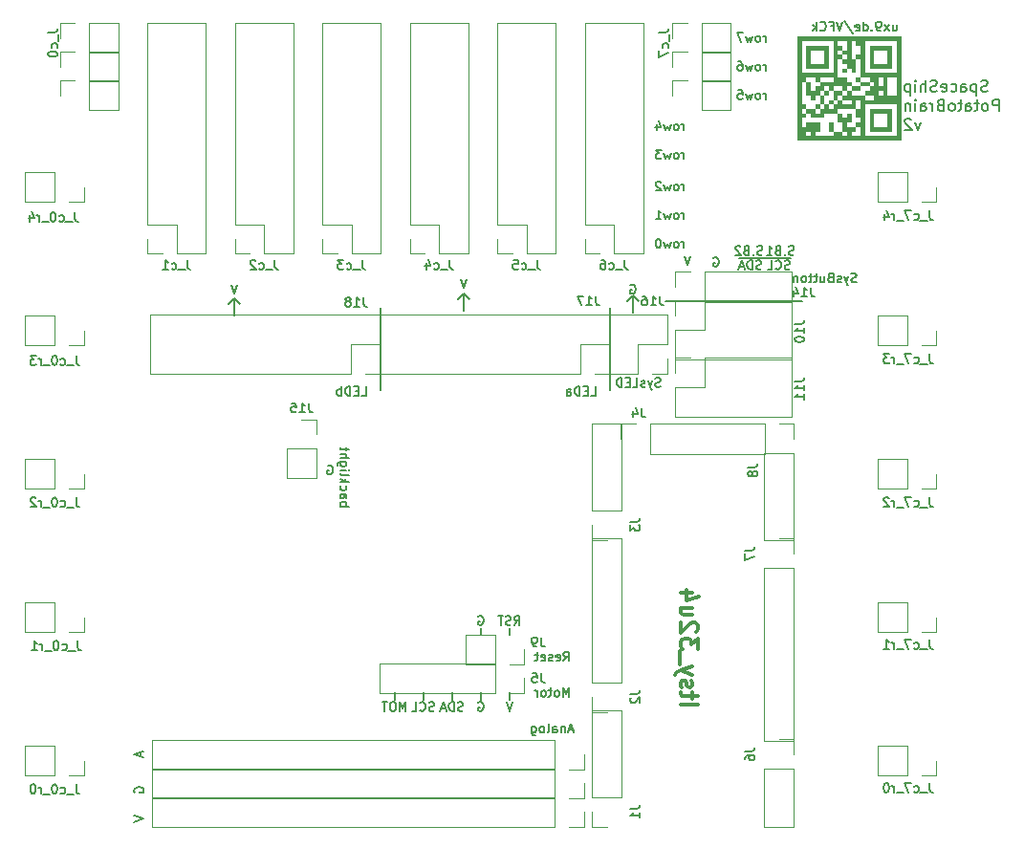
<source format=gbr>
%TF.GenerationSoftware,KiCad,Pcbnew,(5.1.5)-3*%
%TF.CreationDate,2020-03-09T15:55:20-05:00*%
%TF.ProjectId,Shield v.2,53686965-6c64-4207-962e-322e6b696361,rev?*%
%TF.SameCoordinates,Original*%
%TF.FileFunction,Legend,Bot*%
%TF.FilePolarity,Positive*%
%FSLAX46Y46*%
G04 Gerber Fmt 4.6, Leading zero omitted, Abs format (unit mm)*
G04 Created by KiCad (PCBNEW (5.1.5)-3) date 2020-03-09 15:55:20*
%MOMM*%
%LPD*%
G04 APERTURE LIST*
%ADD10C,0.200000*%
%ADD11C,0.160000*%
%ADD12C,0.300000*%
%ADD13C,0.150000*%
%ADD14C,0.120000*%
G04 APERTURE END LIST*
D10*
X194741904Y-64204761D02*
X194599047Y-64252380D01*
X194360952Y-64252380D01*
X194265714Y-64204761D01*
X194218095Y-64157142D01*
X194170475Y-64061904D01*
X194170475Y-63966666D01*
X194218095Y-63871428D01*
X194265714Y-63823809D01*
X194360952Y-63776190D01*
X194551428Y-63728571D01*
X194646666Y-63680952D01*
X194694285Y-63633333D01*
X194741904Y-63538095D01*
X194741904Y-63442857D01*
X194694285Y-63347619D01*
X194646666Y-63300000D01*
X194551428Y-63252380D01*
X194313333Y-63252380D01*
X194170475Y-63300000D01*
X193741904Y-63585714D02*
X193741904Y-64585714D01*
X193741904Y-63633333D02*
X193646666Y-63585714D01*
X193456190Y-63585714D01*
X193360952Y-63633333D01*
X193313333Y-63680952D01*
X193265714Y-63776190D01*
X193265714Y-64061904D01*
X193313333Y-64157142D01*
X193360952Y-64204761D01*
X193456190Y-64252380D01*
X193646666Y-64252380D01*
X193741904Y-64204761D01*
X192408571Y-64252380D02*
X192408571Y-63728571D01*
X192456190Y-63633333D01*
X192551428Y-63585714D01*
X192741904Y-63585714D01*
X192837142Y-63633333D01*
X192408571Y-64204761D02*
X192503809Y-64252380D01*
X192741904Y-64252380D01*
X192837142Y-64204761D01*
X192884761Y-64109523D01*
X192884761Y-64014285D01*
X192837142Y-63919047D01*
X192741904Y-63871428D01*
X192503809Y-63871428D01*
X192408571Y-63823809D01*
X191503809Y-64204761D02*
X191599047Y-64252380D01*
X191789523Y-64252380D01*
X191884761Y-64204761D01*
X191932380Y-64157142D01*
X191979999Y-64061904D01*
X191979999Y-63776190D01*
X191932380Y-63680952D01*
X191884761Y-63633333D01*
X191789523Y-63585714D01*
X191599047Y-63585714D01*
X191503809Y-63633333D01*
X190694285Y-64204761D02*
X190789523Y-64252380D01*
X190979999Y-64252380D01*
X191075237Y-64204761D01*
X191122856Y-64109523D01*
X191122856Y-63728571D01*
X191075237Y-63633333D01*
X190979999Y-63585714D01*
X190789523Y-63585714D01*
X190694285Y-63633333D01*
X190646666Y-63728571D01*
X190646666Y-63823809D01*
X191122856Y-63919047D01*
X190265714Y-64204761D02*
X190122856Y-64252380D01*
X189884761Y-64252380D01*
X189789523Y-64204761D01*
X189741904Y-64157142D01*
X189694285Y-64061904D01*
X189694285Y-63966666D01*
X189741904Y-63871428D01*
X189789523Y-63823809D01*
X189884761Y-63776190D01*
X190075237Y-63728571D01*
X190170475Y-63680952D01*
X190218095Y-63633333D01*
X190265714Y-63538095D01*
X190265714Y-63442857D01*
X190218095Y-63347619D01*
X190170475Y-63300000D01*
X190075237Y-63252380D01*
X189837142Y-63252380D01*
X189694285Y-63300000D01*
X189265714Y-64252380D02*
X189265714Y-63252380D01*
X188837142Y-64252380D02*
X188837142Y-63728571D01*
X188884761Y-63633333D01*
X188979999Y-63585714D01*
X189122856Y-63585714D01*
X189218095Y-63633333D01*
X189265714Y-63680952D01*
X188360952Y-64252380D02*
X188360952Y-63585714D01*
X188360952Y-63252380D02*
X188408571Y-63300000D01*
X188360952Y-63347619D01*
X188313333Y-63300000D01*
X188360952Y-63252380D01*
X188360952Y-63347619D01*
X187884761Y-63585714D02*
X187884761Y-64585714D01*
X187884761Y-63633333D02*
X187789523Y-63585714D01*
X187599047Y-63585714D01*
X187503809Y-63633333D01*
X187456190Y-63680952D01*
X187408571Y-63776190D01*
X187408571Y-64061904D01*
X187456190Y-64157142D01*
X187503809Y-64204761D01*
X187599047Y-64252380D01*
X187789523Y-64252380D01*
X187884761Y-64204761D01*
X195741904Y-65952380D02*
X195741904Y-64952380D01*
X195360952Y-64952380D01*
X195265714Y-65000000D01*
X195218095Y-65047619D01*
X195170475Y-65142857D01*
X195170475Y-65285714D01*
X195218095Y-65380952D01*
X195265714Y-65428571D01*
X195360952Y-65476190D01*
X195741904Y-65476190D01*
X194599047Y-65952380D02*
X194694285Y-65904761D01*
X194741904Y-65857142D01*
X194789523Y-65761904D01*
X194789523Y-65476190D01*
X194741904Y-65380952D01*
X194694285Y-65333333D01*
X194599047Y-65285714D01*
X194456190Y-65285714D01*
X194360952Y-65333333D01*
X194313333Y-65380952D01*
X194265714Y-65476190D01*
X194265714Y-65761904D01*
X194313333Y-65857142D01*
X194360952Y-65904761D01*
X194456190Y-65952380D01*
X194599047Y-65952380D01*
X193979999Y-65285714D02*
X193599047Y-65285714D01*
X193837142Y-64952380D02*
X193837142Y-65809523D01*
X193789523Y-65904761D01*
X193694285Y-65952380D01*
X193599047Y-65952380D01*
X192837142Y-65952380D02*
X192837142Y-65428571D01*
X192884761Y-65333333D01*
X192979999Y-65285714D01*
X193170475Y-65285714D01*
X193265714Y-65333333D01*
X192837142Y-65904761D02*
X192932380Y-65952380D01*
X193170475Y-65952380D01*
X193265714Y-65904761D01*
X193313333Y-65809523D01*
X193313333Y-65714285D01*
X193265714Y-65619047D01*
X193170475Y-65571428D01*
X192932380Y-65571428D01*
X192837142Y-65523809D01*
X192503809Y-65285714D02*
X192122856Y-65285714D01*
X192360952Y-64952380D02*
X192360952Y-65809523D01*
X192313333Y-65904761D01*
X192218095Y-65952380D01*
X192122856Y-65952380D01*
X191646666Y-65952380D02*
X191741904Y-65904761D01*
X191789523Y-65857142D01*
X191837142Y-65761904D01*
X191837142Y-65476190D01*
X191789523Y-65380952D01*
X191741904Y-65333333D01*
X191646666Y-65285714D01*
X191503809Y-65285714D01*
X191408571Y-65333333D01*
X191360952Y-65380952D01*
X191313333Y-65476190D01*
X191313333Y-65761904D01*
X191360952Y-65857142D01*
X191408571Y-65904761D01*
X191503809Y-65952380D01*
X191646666Y-65952380D01*
X190551428Y-65428571D02*
X190408571Y-65476190D01*
X190360952Y-65523809D01*
X190313333Y-65619047D01*
X190313333Y-65761904D01*
X190360952Y-65857142D01*
X190408571Y-65904761D01*
X190503809Y-65952380D01*
X190884761Y-65952380D01*
X190884761Y-64952380D01*
X190551428Y-64952380D01*
X190456190Y-65000000D01*
X190408571Y-65047619D01*
X190360952Y-65142857D01*
X190360952Y-65238095D01*
X190408571Y-65333333D01*
X190456190Y-65380952D01*
X190551428Y-65428571D01*
X190884761Y-65428571D01*
X189884761Y-65952380D02*
X189884761Y-65285714D01*
X189884761Y-65476190D02*
X189837142Y-65380952D01*
X189789523Y-65333333D01*
X189694285Y-65285714D01*
X189599047Y-65285714D01*
X188837142Y-65952380D02*
X188837142Y-65428571D01*
X188884761Y-65333333D01*
X188979999Y-65285714D01*
X189170475Y-65285714D01*
X189265714Y-65333333D01*
X188837142Y-65904761D02*
X188932380Y-65952380D01*
X189170475Y-65952380D01*
X189265714Y-65904761D01*
X189313333Y-65809523D01*
X189313333Y-65714285D01*
X189265714Y-65619047D01*
X189170475Y-65571428D01*
X188932380Y-65571428D01*
X188837142Y-65523809D01*
X188360952Y-65952380D02*
X188360952Y-65285714D01*
X188360952Y-64952380D02*
X188408571Y-65000000D01*
X188360952Y-65047619D01*
X188313333Y-65000000D01*
X188360952Y-64952380D01*
X188360952Y-65047619D01*
X187884761Y-65285714D02*
X187884761Y-65952380D01*
X187884761Y-65380952D02*
X187837142Y-65333333D01*
X187741904Y-65285714D01*
X187599047Y-65285714D01*
X187503809Y-65333333D01*
X187456190Y-65428571D01*
X187456190Y-65952380D01*
X188789523Y-66985714D02*
X188551428Y-67652380D01*
X188313333Y-66985714D01*
X187979999Y-66747619D02*
X187932380Y-66700000D01*
X187837142Y-66652380D01*
X187599047Y-66652380D01*
X187503809Y-66700000D01*
X187456190Y-66747619D01*
X187408571Y-66842857D01*
X187408571Y-66938095D01*
X187456190Y-67080952D01*
X188027618Y-67652380D01*
X187408571Y-67652380D01*
D11*
X174809000Y-78682809D02*
X174694714Y-78720904D01*
X174504238Y-78720904D01*
X174428047Y-78682809D01*
X174389952Y-78644714D01*
X174351857Y-78568523D01*
X174351857Y-78492333D01*
X174389952Y-78416142D01*
X174428047Y-78378047D01*
X174504238Y-78339952D01*
X174656619Y-78301857D01*
X174732809Y-78263761D01*
X174770904Y-78225666D01*
X174809000Y-78149476D01*
X174809000Y-78073285D01*
X174770904Y-77997095D01*
X174732809Y-77959000D01*
X174656619Y-77920904D01*
X174466142Y-77920904D01*
X174351857Y-77959000D01*
X174009000Y-78644714D02*
X173970904Y-78682809D01*
X174009000Y-78720904D01*
X174047095Y-78682809D01*
X174009000Y-78644714D01*
X174009000Y-78720904D01*
X173361380Y-78301857D02*
X173247095Y-78339952D01*
X173209000Y-78378047D01*
X173170904Y-78454238D01*
X173170904Y-78568523D01*
X173209000Y-78644714D01*
X173247095Y-78682809D01*
X173323285Y-78720904D01*
X173628047Y-78720904D01*
X173628047Y-77920904D01*
X173361380Y-77920904D01*
X173285190Y-77959000D01*
X173247095Y-77997095D01*
X173209000Y-78073285D01*
X173209000Y-78149476D01*
X173247095Y-78225666D01*
X173285190Y-78263761D01*
X173361380Y-78301857D01*
X173628047Y-78301857D01*
X172866142Y-77997095D02*
X172828047Y-77959000D01*
X172751857Y-77920904D01*
X172561380Y-77920904D01*
X172485190Y-77959000D01*
X172447095Y-77997095D01*
X172409000Y-78073285D01*
X172409000Y-78149476D01*
X172447095Y-78263761D01*
X172904238Y-78720904D01*
X172409000Y-78720904D01*
X177603000Y-78682809D02*
X177488714Y-78720904D01*
X177298238Y-78720904D01*
X177222047Y-78682809D01*
X177183952Y-78644714D01*
X177145857Y-78568523D01*
X177145857Y-78492333D01*
X177183952Y-78416142D01*
X177222047Y-78378047D01*
X177298238Y-78339952D01*
X177450619Y-78301857D01*
X177526809Y-78263761D01*
X177564904Y-78225666D01*
X177603000Y-78149476D01*
X177603000Y-78073285D01*
X177564904Y-77997095D01*
X177526809Y-77959000D01*
X177450619Y-77920904D01*
X177260142Y-77920904D01*
X177145857Y-77959000D01*
X176803000Y-78644714D02*
X176764904Y-78682809D01*
X176803000Y-78720904D01*
X176841095Y-78682809D01*
X176803000Y-78644714D01*
X176803000Y-78720904D01*
X176155380Y-78301857D02*
X176041095Y-78339952D01*
X176003000Y-78378047D01*
X175964904Y-78454238D01*
X175964904Y-78568523D01*
X176003000Y-78644714D01*
X176041095Y-78682809D01*
X176117285Y-78720904D01*
X176422047Y-78720904D01*
X176422047Y-77920904D01*
X176155380Y-77920904D01*
X176079190Y-77959000D01*
X176041095Y-77997095D01*
X176003000Y-78073285D01*
X176003000Y-78149476D01*
X176041095Y-78225666D01*
X176079190Y-78263761D01*
X176155380Y-78301857D01*
X176422047Y-78301857D01*
X175203000Y-78720904D02*
X175660142Y-78720904D01*
X175431571Y-78720904D02*
X175431571Y-77920904D01*
X175507761Y-78035190D01*
X175583952Y-78111380D01*
X175660142Y-78149476D01*
D10*
X177292000Y-78994000D02*
X172720000Y-78994000D01*
D11*
X163112476Y-81388000D02*
X163188666Y-81349904D01*
X163302952Y-81349904D01*
X163417238Y-81388000D01*
X163493428Y-81464190D01*
X163531523Y-81540380D01*
X163569619Y-81692761D01*
X163569619Y-81807047D01*
X163531523Y-81959428D01*
X163493428Y-82035619D01*
X163417238Y-82111809D01*
X163302952Y-82149904D01*
X163226761Y-82149904D01*
X163112476Y-82111809D01*
X163074380Y-82073714D01*
X163074380Y-81807047D01*
X163226761Y-81807047D01*
D10*
X163830000Y-82804000D02*
X163322000Y-82296000D01*
X162814000Y-82804000D02*
X163322000Y-82296000D01*
X163322000Y-83820000D02*
X163322000Y-82296000D01*
D11*
X128282666Y-81349904D02*
X128016000Y-82149904D01*
X127749333Y-81349904D01*
D10*
X127508000Y-83058000D02*
X128016000Y-82550000D01*
X128016000Y-84074000D02*
X128016000Y-82550000D01*
X128524000Y-83058000D02*
X128016000Y-82550000D01*
D11*
X148602666Y-80841904D02*
X148336000Y-81641904D01*
X148069333Y-80841904D01*
D10*
X148844000Y-82677000D02*
X148336000Y-82169000D01*
X147828000Y-82677000D02*
X148336000Y-82169000D01*
X148336000Y-83693000D02*
X148336000Y-82169000D01*
D11*
X137433095Y-100977380D02*
X138233095Y-100977380D01*
X137928333Y-100977380D02*
X137966428Y-100901190D01*
X137966428Y-100748809D01*
X137928333Y-100672619D01*
X137890238Y-100634523D01*
X137814047Y-100596428D01*
X137585476Y-100596428D01*
X137509285Y-100634523D01*
X137471190Y-100672619D01*
X137433095Y-100748809D01*
X137433095Y-100901190D01*
X137471190Y-100977380D01*
X137433095Y-99910714D02*
X137852142Y-99910714D01*
X137928333Y-99948809D01*
X137966428Y-100025000D01*
X137966428Y-100177380D01*
X137928333Y-100253571D01*
X137471190Y-99910714D02*
X137433095Y-99986904D01*
X137433095Y-100177380D01*
X137471190Y-100253571D01*
X137547380Y-100291666D01*
X137623571Y-100291666D01*
X137699761Y-100253571D01*
X137737857Y-100177380D01*
X137737857Y-99986904D01*
X137775952Y-99910714D01*
X137471190Y-99186904D02*
X137433095Y-99263095D01*
X137433095Y-99415476D01*
X137471190Y-99491666D01*
X137509285Y-99529761D01*
X137585476Y-99567857D01*
X137814047Y-99567857D01*
X137890238Y-99529761D01*
X137928333Y-99491666D01*
X137966428Y-99415476D01*
X137966428Y-99263095D01*
X137928333Y-99186904D01*
X137433095Y-98844047D02*
X138233095Y-98844047D01*
X137737857Y-98767857D02*
X137433095Y-98539285D01*
X137966428Y-98539285D02*
X137661666Y-98844047D01*
X137433095Y-98082142D02*
X137471190Y-98158333D01*
X137547380Y-98196428D01*
X138233095Y-98196428D01*
X137433095Y-97777380D02*
X137966428Y-97777380D01*
X138233095Y-97777380D02*
X138195000Y-97815476D01*
X138156904Y-97777380D01*
X138195000Y-97739285D01*
X138233095Y-97777380D01*
X138156904Y-97777380D01*
X137966428Y-97053571D02*
X137318809Y-97053571D01*
X137242619Y-97091666D01*
X137204523Y-97129761D01*
X137166428Y-97205952D01*
X137166428Y-97320238D01*
X137204523Y-97396428D01*
X137471190Y-97053571D02*
X137433095Y-97129761D01*
X137433095Y-97282142D01*
X137471190Y-97358333D01*
X137509285Y-97396428D01*
X137585476Y-97434523D01*
X137814047Y-97434523D01*
X137890238Y-97396428D01*
X137928333Y-97358333D01*
X137966428Y-97282142D01*
X137966428Y-97129761D01*
X137928333Y-97053571D01*
X137433095Y-96672619D02*
X138233095Y-96672619D01*
X137433095Y-96329761D02*
X137852142Y-96329761D01*
X137928333Y-96367857D01*
X137966428Y-96444047D01*
X137966428Y-96558333D01*
X137928333Y-96634523D01*
X137890238Y-96672619D01*
X137966428Y-96063095D02*
X137966428Y-95758333D01*
X138233095Y-95948809D02*
X137547380Y-95948809D01*
X137471190Y-95910714D01*
X137433095Y-95834523D01*
X137433095Y-95758333D01*
X136315476Y-97390000D02*
X136391666Y-97351904D01*
X136505952Y-97351904D01*
X136620238Y-97390000D01*
X136696428Y-97466190D01*
X136734523Y-97542380D01*
X136772619Y-97694761D01*
X136772619Y-97809047D01*
X136734523Y-97961428D01*
X136696428Y-98037619D01*
X136620238Y-98113809D01*
X136505952Y-98151904D01*
X136429761Y-98151904D01*
X136315476Y-98113809D01*
X136277380Y-98075714D01*
X136277380Y-97809047D01*
X136429761Y-97809047D01*
X183140000Y-81095809D02*
X183025714Y-81133904D01*
X182835238Y-81133904D01*
X182759047Y-81095809D01*
X182720952Y-81057714D01*
X182682857Y-80981523D01*
X182682857Y-80905333D01*
X182720952Y-80829142D01*
X182759047Y-80791047D01*
X182835238Y-80752952D01*
X182987619Y-80714857D01*
X183063809Y-80676761D01*
X183101904Y-80638666D01*
X183140000Y-80562476D01*
X183140000Y-80486285D01*
X183101904Y-80410095D01*
X183063809Y-80372000D01*
X182987619Y-80333904D01*
X182797142Y-80333904D01*
X182682857Y-80372000D01*
X182416190Y-80600571D02*
X182225714Y-81133904D01*
X182035238Y-80600571D02*
X182225714Y-81133904D01*
X182301904Y-81324380D01*
X182340000Y-81362476D01*
X182416190Y-81400571D01*
X181768571Y-81095809D02*
X181692380Y-81133904D01*
X181540000Y-81133904D01*
X181463809Y-81095809D01*
X181425714Y-81019619D01*
X181425714Y-80981523D01*
X181463809Y-80905333D01*
X181540000Y-80867238D01*
X181654285Y-80867238D01*
X181730476Y-80829142D01*
X181768571Y-80752952D01*
X181768571Y-80714857D01*
X181730476Y-80638666D01*
X181654285Y-80600571D01*
X181540000Y-80600571D01*
X181463809Y-80638666D01*
X180816190Y-80714857D02*
X180701904Y-80752952D01*
X180663809Y-80791047D01*
X180625714Y-80867238D01*
X180625714Y-80981523D01*
X180663809Y-81057714D01*
X180701904Y-81095809D01*
X180778095Y-81133904D01*
X181082857Y-81133904D01*
X181082857Y-80333904D01*
X180816190Y-80333904D01*
X180740000Y-80372000D01*
X180701904Y-80410095D01*
X180663809Y-80486285D01*
X180663809Y-80562476D01*
X180701904Y-80638666D01*
X180740000Y-80676761D01*
X180816190Y-80714857D01*
X181082857Y-80714857D01*
X179940000Y-80600571D02*
X179940000Y-81133904D01*
X180282857Y-80600571D02*
X180282857Y-81019619D01*
X180244761Y-81095809D01*
X180168571Y-81133904D01*
X180054285Y-81133904D01*
X179978095Y-81095809D01*
X179940000Y-81057714D01*
X179673333Y-80600571D02*
X179368571Y-80600571D01*
X179559047Y-80333904D02*
X179559047Y-81019619D01*
X179520952Y-81095809D01*
X179444761Y-81133904D01*
X179368571Y-81133904D01*
X179216190Y-80600571D02*
X178911428Y-80600571D01*
X179101904Y-80333904D02*
X179101904Y-81019619D01*
X179063809Y-81095809D01*
X178987619Y-81133904D01*
X178911428Y-81133904D01*
X178530476Y-81133904D02*
X178606666Y-81095809D01*
X178644761Y-81057714D01*
X178682857Y-80981523D01*
X178682857Y-80752952D01*
X178644761Y-80676761D01*
X178606666Y-80638666D01*
X178530476Y-80600571D01*
X178416190Y-80600571D01*
X178340000Y-80638666D01*
X178301904Y-80676761D01*
X178263809Y-80752952D01*
X178263809Y-80981523D01*
X178301904Y-81057714D01*
X178340000Y-81095809D01*
X178416190Y-81133904D01*
X178530476Y-81133904D01*
X177920952Y-80600571D02*
X177920952Y-81133904D01*
X177920952Y-80676761D02*
X177882857Y-80638666D01*
X177806666Y-80600571D01*
X177692380Y-80600571D01*
X177616190Y-80638666D01*
X177578095Y-80714857D01*
X177578095Y-81133904D01*
D10*
X178308000Y-82804000D02*
X166243000Y-82804000D01*
D11*
X170478476Y-78975000D02*
X170554666Y-78936904D01*
X170668952Y-78936904D01*
X170783238Y-78975000D01*
X170859428Y-79051190D01*
X170897523Y-79127380D01*
X170935619Y-79279761D01*
X170935619Y-79394047D01*
X170897523Y-79546428D01*
X170859428Y-79622619D01*
X170783238Y-79698809D01*
X170668952Y-79736904D01*
X170592761Y-79736904D01*
X170478476Y-79698809D01*
X170440380Y-79660714D01*
X170440380Y-79394047D01*
X170592761Y-79394047D01*
X168414666Y-78809904D02*
X168148000Y-79609904D01*
X167881333Y-78809904D01*
X174707428Y-79952809D02*
X174593142Y-79990904D01*
X174402666Y-79990904D01*
X174326476Y-79952809D01*
X174288380Y-79914714D01*
X174250285Y-79838523D01*
X174250285Y-79762333D01*
X174288380Y-79686142D01*
X174326476Y-79648047D01*
X174402666Y-79609952D01*
X174555047Y-79571857D01*
X174631238Y-79533761D01*
X174669333Y-79495666D01*
X174707428Y-79419476D01*
X174707428Y-79343285D01*
X174669333Y-79267095D01*
X174631238Y-79229000D01*
X174555047Y-79190904D01*
X174364571Y-79190904D01*
X174250285Y-79229000D01*
X173907428Y-79990904D02*
X173907428Y-79190904D01*
X173716952Y-79190904D01*
X173602666Y-79229000D01*
X173526476Y-79305190D01*
X173488380Y-79381380D01*
X173450285Y-79533761D01*
X173450285Y-79648047D01*
X173488380Y-79800428D01*
X173526476Y-79876619D01*
X173602666Y-79952809D01*
X173716952Y-79990904D01*
X173907428Y-79990904D01*
X173145523Y-79762333D02*
X172764571Y-79762333D01*
X173221714Y-79990904D02*
X172955047Y-79190904D01*
X172688380Y-79990904D01*
X177228380Y-79952809D02*
X177114095Y-79990904D01*
X176923619Y-79990904D01*
X176847428Y-79952809D01*
X176809333Y-79914714D01*
X176771238Y-79838523D01*
X176771238Y-79762333D01*
X176809333Y-79686142D01*
X176847428Y-79648047D01*
X176923619Y-79609952D01*
X177076000Y-79571857D01*
X177152190Y-79533761D01*
X177190285Y-79495666D01*
X177228380Y-79419476D01*
X177228380Y-79343285D01*
X177190285Y-79267095D01*
X177152190Y-79229000D01*
X177076000Y-79190904D01*
X176885523Y-79190904D01*
X176771238Y-79229000D01*
X175971238Y-79914714D02*
X176009333Y-79952809D01*
X176123619Y-79990904D01*
X176199809Y-79990904D01*
X176314095Y-79952809D01*
X176390285Y-79876619D01*
X176428380Y-79800428D01*
X176466476Y-79648047D01*
X176466476Y-79533761D01*
X176428380Y-79381380D01*
X176390285Y-79305190D01*
X176314095Y-79229000D01*
X176199809Y-79190904D01*
X176123619Y-79190904D01*
X176009333Y-79229000D01*
X175971238Y-79267095D01*
X175247428Y-79990904D02*
X175628380Y-79990904D01*
X175628380Y-79190904D01*
D10*
X152400000Y-112395000D02*
X152400000Y-111760000D01*
X149860000Y-112395000D02*
X149860000Y-111760000D01*
X149860000Y-117475000D02*
X149860000Y-118110000D01*
X152400000Y-117475000D02*
X152400000Y-118110000D01*
X147320000Y-117475000D02*
X147320000Y-118110000D01*
X144780000Y-117475000D02*
X144780000Y-118110000D01*
X142240000Y-117475000D02*
X142240000Y-118110000D01*
D11*
X143230476Y-119106904D02*
X143230476Y-118306904D01*
X142963809Y-118878333D01*
X142697142Y-118306904D01*
X142697142Y-119106904D01*
X142163809Y-118306904D02*
X142011428Y-118306904D01*
X141935238Y-118345000D01*
X141859047Y-118421190D01*
X141820952Y-118573571D01*
X141820952Y-118840238D01*
X141859047Y-118992619D01*
X141935238Y-119068809D01*
X142011428Y-119106904D01*
X142163809Y-119106904D01*
X142240000Y-119068809D01*
X142316190Y-118992619D01*
X142354285Y-118840238D01*
X142354285Y-118573571D01*
X142316190Y-118421190D01*
X142240000Y-118345000D01*
X142163809Y-118306904D01*
X141592380Y-118306904D02*
X141135238Y-118306904D01*
X141363809Y-119106904D02*
X141363809Y-118306904D01*
X145732380Y-119068809D02*
X145618095Y-119106904D01*
X145427619Y-119106904D01*
X145351428Y-119068809D01*
X145313333Y-119030714D01*
X145275238Y-118954523D01*
X145275238Y-118878333D01*
X145313333Y-118802142D01*
X145351428Y-118764047D01*
X145427619Y-118725952D01*
X145580000Y-118687857D01*
X145656190Y-118649761D01*
X145694285Y-118611666D01*
X145732380Y-118535476D01*
X145732380Y-118459285D01*
X145694285Y-118383095D01*
X145656190Y-118345000D01*
X145580000Y-118306904D01*
X145389523Y-118306904D01*
X145275238Y-118345000D01*
X144475238Y-119030714D02*
X144513333Y-119068809D01*
X144627619Y-119106904D01*
X144703809Y-119106904D01*
X144818095Y-119068809D01*
X144894285Y-118992619D01*
X144932380Y-118916428D01*
X144970476Y-118764047D01*
X144970476Y-118649761D01*
X144932380Y-118497380D01*
X144894285Y-118421190D01*
X144818095Y-118345000D01*
X144703809Y-118306904D01*
X144627619Y-118306904D01*
X144513333Y-118345000D01*
X144475238Y-118383095D01*
X143751428Y-119106904D02*
X144132380Y-119106904D01*
X144132380Y-118306904D01*
X148291428Y-119068809D02*
X148177142Y-119106904D01*
X147986666Y-119106904D01*
X147910476Y-119068809D01*
X147872380Y-119030714D01*
X147834285Y-118954523D01*
X147834285Y-118878333D01*
X147872380Y-118802142D01*
X147910476Y-118764047D01*
X147986666Y-118725952D01*
X148139047Y-118687857D01*
X148215238Y-118649761D01*
X148253333Y-118611666D01*
X148291428Y-118535476D01*
X148291428Y-118459285D01*
X148253333Y-118383095D01*
X148215238Y-118345000D01*
X148139047Y-118306904D01*
X147948571Y-118306904D01*
X147834285Y-118345000D01*
X147491428Y-119106904D02*
X147491428Y-118306904D01*
X147300952Y-118306904D01*
X147186666Y-118345000D01*
X147110476Y-118421190D01*
X147072380Y-118497380D01*
X147034285Y-118649761D01*
X147034285Y-118764047D01*
X147072380Y-118916428D01*
X147110476Y-118992619D01*
X147186666Y-119068809D01*
X147300952Y-119106904D01*
X147491428Y-119106904D01*
X146729523Y-118878333D02*
X146348571Y-118878333D01*
X146805714Y-119106904D02*
X146539047Y-118306904D01*
X146272380Y-119106904D01*
X152666666Y-118306904D02*
X152400000Y-119106904D01*
X152133333Y-118306904D01*
X149650476Y-118345000D02*
X149726666Y-118306904D01*
X149840952Y-118306904D01*
X149955238Y-118345000D01*
X150031428Y-118421190D01*
X150069523Y-118497380D01*
X150107619Y-118649761D01*
X150107619Y-118764047D01*
X150069523Y-118916428D01*
X150031428Y-118992619D01*
X149955238Y-119068809D01*
X149840952Y-119106904D01*
X149764761Y-119106904D01*
X149650476Y-119068809D01*
X149612380Y-119030714D01*
X149612380Y-118764047D01*
X149764761Y-118764047D01*
X149650476Y-110725000D02*
X149726666Y-110686904D01*
X149840952Y-110686904D01*
X149955238Y-110725000D01*
X150031428Y-110801190D01*
X150069523Y-110877380D01*
X150107619Y-111029761D01*
X150107619Y-111144047D01*
X150069523Y-111296428D01*
X150031428Y-111372619D01*
X149955238Y-111448809D01*
X149840952Y-111486904D01*
X149764761Y-111486904D01*
X149650476Y-111448809D01*
X149612380Y-111410714D01*
X149612380Y-111144047D01*
X149764761Y-111144047D01*
X152838095Y-111486904D02*
X153104761Y-111105952D01*
X153295238Y-111486904D02*
X153295238Y-110686904D01*
X152990476Y-110686904D01*
X152914285Y-110725000D01*
X152876190Y-110763095D01*
X152838095Y-110839285D01*
X152838095Y-110953571D01*
X152876190Y-111029761D01*
X152914285Y-111067857D01*
X152990476Y-111105952D01*
X153295238Y-111105952D01*
X152533333Y-111448809D02*
X152419047Y-111486904D01*
X152228571Y-111486904D01*
X152152380Y-111448809D01*
X152114285Y-111410714D01*
X152076190Y-111334523D01*
X152076190Y-111258333D01*
X152114285Y-111182142D01*
X152152380Y-111144047D01*
X152228571Y-111105952D01*
X152380952Y-111067857D01*
X152457142Y-111029761D01*
X152495238Y-110991666D01*
X152533333Y-110915476D01*
X152533333Y-110839285D01*
X152495238Y-110763095D01*
X152457142Y-110725000D01*
X152380952Y-110686904D01*
X152190476Y-110686904D01*
X152076190Y-110725000D01*
X151847619Y-110686904D02*
X151390476Y-110686904D01*
X151619047Y-111486904D02*
X151619047Y-110686904D01*
X157200476Y-114661904D02*
X157467142Y-114280952D01*
X157657619Y-114661904D02*
X157657619Y-113861904D01*
X157352857Y-113861904D01*
X157276666Y-113900000D01*
X157238571Y-113938095D01*
X157200476Y-114014285D01*
X157200476Y-114128571D01*
X157238571Y-114204761D01*
X157276666Y-114242857D01*
X157352857Y-114280952D01*
X157657619Y-114280952D01*
X156552857Y-114623809D02*
X156629047Y-114661904D01*
X156781428Y-114661904D01*
X156857619Y-114623809D01*
X156895714Y-114547619D01*
X156895714Y-114242857D01*
X156857619Y-114166666D01*
X156781428Y-114128571D01*
X156629047Y-114128571D01*
X156552857Y-114166666D01*
X156514761Y-114242857D01*
X156514761Y-114319047D01*
X156895714Y-114395238D01*
X156210000Y-114623809D02*
X156133809Y-114661904D01*
X155981428Y-114661904D01*
X155905238Y-114623809D01*
X155867142Y-114547619D01*
X155867142Y-114509523D01*
X155905238Y-114433333D01*
X155981428Y-114395238D01*
X156095714Y-114395238D01*
X156171904Y-114357142D01*
X156210000Y-114280952D01*
X156210000Y-114242857D01*
X156171904Y-114166666D01*
X156095714Y-114128571D01*
X155981428Y-114128571D01*
X155905238Y-114166666D01*
X155219523Y-114623809D02*
X155295714Y-114661904D01*
X155448095Y-114661904D01*
X155524285Y-114623809D01*
X155562380Y-114547619D01*
X155562380Y-114242857D01*
X155524285Y-114166666D01*
X155448095Y-114128571D01*
X155295714Y-114128571D01*
X155219523Y-114166666D01*
X155181428Y-114242857D01*
X155181428Y-114319047D01*
X155562380Y-114395238D01*
X154952857Y-114128571D02*
X154648095Y-114128571D01*
X154838571Y-113861904D02*
X154838571Y-114547619D01*
X154800476Y-114623809D01*
X154724285Y-114661904D01*
X154648095Y-114661904D01*
X157676666Y-117836904D02*
X157676666Y-117036904D01*
X157410000Y-117608333D01*
X157143333Y-117036904D01*
X157143333Y-117836904D01*
X156648095Y-117836904D02*
X156724285Y-117798809D01*
X156762380Y-117760714D01*
X156800476Y-117684523D01*
X156800476Y-117455952D01*
X156762380Y-117379761D01*
X156724285Y-117341666D01*
X156648095Y-117303571D01*
X156533809Y-117303571D01*
X156457619Y-117341666D01*
X156419523Y-117379761D01*
X156381428Y-117455952D01*
X156381428Y-117684523D01*
X156419523Y-117760714D01*
X156457619Y-117798809D01*
X156533809Y-117836904D01*
X156648095Y-117836904D01*
X156152857Y-117303571D02*
X155848095Y-117303571D01*
X156038571Y-117036904D02*
X156038571Y-117722619D01*
X156000476Y-117798809D01*
X155924285Y-117836904D01*
X155848095Y-117836904D01*
X155467142Y-117836904D02*
X155543333Y-117798809D01*
X155581428Y-117760714D01*
X155619523Y-117684523D01*
X155619523Y-117455952D01*
X155581428Y-117379761D01*
X155543333Y-117341666D01*
X155467142Y-117303571D01*
X155352857Y-117303571D01*
X155276666Y-117341666D01*
X155238571Y-117379761D01*
X155200476Y-117455952D01*
X155200476Y-117684523D01*
X155238571Y-117760714D01*
X155276666Y-117798809D01*
X155352857Y-117836904D01*
X155467142Y-117836904D01*
X154857619Y-117836904D02*
X154857619Y-117303571D01*
X154857619Y-117455952D02*
X154819523Y-117379761D01*
X154781428Y-117341666D01*
X154705238Y-117303571D01*
X154629047Y-117303571D01*
X139306190Y-91166904D02*
X139687142Y-91166904D01*
X139687142Y-90366904D01*
X139039523Y-90747857D02*
X138772857Y-90747857D01*
X138658571Y-91166904D02*
X139039523Y-91166904D01*
X139039523Y-90366904D01*
X138658571Y-90366904D01*
X138315714Y-91166904D02*
X138315714Y-90366904D01*
X138125238Y-90366904D01*
X138010952Y-90405000D01*
X137934761Y-90481190D01*
X137896666Y-90557380D01*
X137858571Y-90709761D01*
X137858571Y-90824047D01*
X137896666Y-90976428D01*
X137934761Y-91052619D01*
X138010952Y-91128809D01*
X138125238Y-91166904D01*
X138315714Y-91166904D01*
X137515714Y-91166904D02*
X137515714Y-90366904D01*
X137515714Y-90671666D02*
X137439523Y-90633571D01*
X137287142Y-90633571D01*
X137210952Y-90671666D01*
X137172857Y-90709761D01*
X137134761Y-90785952D01*
X137134761Y-91014523D01*
X137172857Y-91090714D01*
X137210952Y-91128809D01*
X137287142Y-91166904D01*
X137439523Y-91166904D01*
X137515714Y-91128809D01*
X159626190Y-91166904D02*
X160007142Y-91166904D01*
X160007142Y-90366904D01*
X159359523Y-90747857D02*
X159092857Y-90747857D01*
X158978571Y-91166904D02*
X159359523Y-91166904D01*
X159359523Y-90366904D01*
X158978571Y-90366904D01*
X158635714Y-91166904D02*
X158635714Y-90366904D01*
X158445238Y-90366904D01*
X158330952Y-90405000D01*
X158254761Y-90481190D01*
X158216666Y-90557380D01*
X158178571Y-90709761D01*
X158178571Y-90824047D01*
X158216666Y-90976428D01*
X158254761Y-91052619D01*
X158330952Y-91128809D01*
X158445238Y-91166904D01*
X158635714Y-91166904D01*
X157492857Y-91166904D02*
X157492857Y-90747857D01*
X157530952Y-90671666D01*
X157607142Y-90633571D01*
X157759523Y-90633571D01*
X157835714Y-90671666D01*
X157492857Y-91128809D02*
X157569047Y-91166904D01*
X157759523Y-91166904D01*
X157835714Y-91128809D01*
X157873809Y-91052619D01*
X157873809Y-90976428D01*
X157835714Y-90900238D01*
X157759523Y-90862142D01*
X157569047Y-90862142D01*
X157492857Y-90824047D01*
X165772857Y-90366809D02*
X165658571Y-90404904D01*
X165468095Y-90404904D01*
X165391904Y-90366809D01*
X165353809Y-90328714D01*
X165315714Y-90252523D01*
X165315714Y-90176333D01*
X165353809Y-90100142D01*
X165391904Y-90062047D01*
X165468095Y-90023952D01*
X165620476Y-89985857D01*
X165696666Y-89947761D01*
X165734761Y-89909666D01*
X165772857Y-89833476D01*
X165772857Y-89757285D01*
X165734761Y-89681095D01*
X165696666Y-89643000D01*
X165620476Y-89604904D01*
X165430000Y-89604904D01*
X165315714Y-89643000D01*
X165049047Y-89871571D02*
X164858571Y-90404904D01*
X164668095Y-89871571D02*
X164858571Y-90404904D01*
X164934761Y-90595380D01*
X164972857Y-90633476D01*
X165049047Y-90671571D01*
X164401428Y-90366809D02*
X164325238Y-90404904D01*
X164172857Y-90404904D01*
X164096666Y-90366809D01*
X164058571Y-90290619D01*
X164058571Y-90252523D01*
X164096666Y-90176333D01*
X164172857Y-90138238D01*
X164287142Y-90138238D01*
X164363333Y-90100142D01*
X164401428Y-90023952D01*
X164401428Y-89985857D01*
X164363333Y-89909666D01*
X164287142Y-89871571D01*
X164172857Y-89871571D01*
X164096666Y-89909666D01*
X163334761Y-90404904D02*
X163715714Y-90404904D01*
X163715714Y-89604904D01*
X163068095Y-89985857D02*
X162801428Y-89985857D01*
X162687142Y-90404904D02*
X163068095Y-90404904D01*
X163068095Y-89604904D01*
X162687142Y-89604904D01*
X162344285Y-90404904D02*
X162344285Y-89604904D01*
X162153809Y-89604904D01*
X162039523Y-89643000D01*
X161963333Y-89719190D01*
X161925238Y-89795380D01*
X161887142Y-89947761D01*
X161887142Y-90062047D01*
X161925238Y-90214428D01*
X161963333Y-90290619D01*
X162039523Y-90366809D01*
X162153809Y-90404904D01*
X162344285Y-90404904D01*
D10*
X140970000Y-83439000D02*
X140970000Y-90678000D01*
X161290000Y-83439000D02*
X161290000Y-90678000D01*
D11*
X167843047Y-78085904D02*
X167843047Y-77552571D01*
X167843047Y-77704952D02*
X167804952Y-77628761D01*
X167766857Y-77590666D01*
X167690666Y-77552571D01*
X167614476Y-77552571D01*
X167233523Y-78085904D02*
X167309714Y-78047809D01*
X167347809Y-78009714D01*
X167385904Y-77933523D01*
X167385904Y-77704952D01*
X167347809Y-77628761D01*
X167309714Y-77590666D01*
X167233523Y-77552571D01*
X167119238Y-77552571D01*
X167043047Y-77590666D01*
X167004952Y-77628761D01*
X166966857Y-77704952D01*
X166966857Y-77933523D01*
X167004952Y-78009714D01*
X167043047Y-78047809D01*
X167119238Y-78085904D01*
X167233523Y-78085904D01*
X166700190Y-77552571D02*
X166547809Y-78085904D01*
X166395428Y-77704952D01*
X166243047Y-78085904D01*
X166090666Y-77552571D01*
X165633523Y-77285904D02*
X165557333Y-77285904D01*
X165481142Y-77324000D01*
X165443047Y-77362095D01*
X165404952Y-77438285D01*
X165366857Y-77590666D01*
X165366857Y-77781142D01*
X165404952Y-77933523D01*
X165443047Y-78009714D01*
X165481142Y-78047809D01*
X165557333Y-78085904D01*
X165633523Y-78085904D01*
X165709714Y-78047809D01*
X165747809Y-78009714D01*
X165785904Y-77933523D01*
X165824000Y-77781142D01*
X165824000Y-77590666D01*
X165785904Y-77438285D01*
X165747809Y-77362095D01*
X165709714Y-77324000D01*
X165633523Y-77285904D01*
X167843047Y-75545904D02*
X167843047Y-75012571D01*
X167843047Y-75164952D02*
X167804952Y-75088761D01*
X167766857Y-75050666D01*
X167690666Y-75012571D01*
X167614476Y-75012571D01*
X167233523Y-75545904D02*
X167309714Y-75507809D01*
X167347809Y-75469714D01*
X167385904Y-75393523D01*
X167385904Y-75164952D01*
X167347809Y-75088761D01*
X167309714Y-75050666D01*
X167233523Y-75012571D01*
X167119238Y-75012571D01*
X167043047Y-75050666D01*
X167004952Y-75088761D01*
X166966857Y-75164952D01*
X166966857Y-75393523D01*
X167004952Y-75469714D01*
X167043047Y-75507809D01*
X167119238Y-75545904D01*
X167233523Y-75545904D01*
X166700190Y-75012571D02*
X166547809Y-75545904D01*
X166395428Y-75164952D01*
X166243047Y-75545904D01*
X166090666Y-75012571D01*
X165366857Y-75545904D02*
X165824000Y-75545904D01*
X165595428Y-75545904D02*
X165595428Y-74745904D01*
X165671619Y-74860190D01*
X165747809Y-74936380D01*
X165824000Y-74974476D01*
X167843047Y-73005904D02*
X167843047Y-72472571D01*
X167843047Y-72624952D02*
X167804952Y-72548761D01*
X167766857Y-72510666D01*
X167690666Y-72472571D01*
X167614476Y-72472571D01*
X167233523Y-73005904D02*
X167309714Y-72967809D01*
X167347809Y-72929714D01*
X167385904Y-72853523D01*
X167385904Y-72624952D01*
X167347809Y-72548761D01*
X167309714Y-72510666D01*
X167233523Y-72472571D01*
X167119238Y-72472571D01*
X167043047Y-72510666D01*
X167004952Y-72548761D01*
X166966857Y-72624952D01*
X166966857Y-72853523D01*
X167004952Y-72929714D01*
X167043047Y-72967809D01*
X167119238Y-73005904D01*
X167233523Y-73005904D01*
X166700190Y-72472571D02*
X166547809Y-73005904D01*
X166395428Y-72624952D01*
X166243047Y-73005904D01*
X166090666Y-72472571D01*
X165824000Y-72282095D02*
X165785904Y-72244000D01*
X165709714Y-72205904D01*
X165519238Y-72205904D01*
X165443047Y-72244000D01*
X165404952Y-72282095D01*
X165366857Y-72358285D01*
X165366857Y-72434476D01*
X165404952Y-72548761D01*
X165862095Y-73005904D01*
X165366857Y-73005904D01*
X167843047Y-70211904D02*
X167843047Y-69678571D01*
X167843047Y-69830952D02*
X167804952Y-69754761D01*
X167766857Y-69716666D01*
X167690666Y-69678571D01*
X167614476Y-69678571D01*
X167233523Y-70211904D02*
X167309714Y-70173809D01*
X167347809Y-70135714D01*
X167385904Y-70059523D01*
X167385904Y-69830952D01*
X167347809Y-69754761D01*
X167309714Y-69716666D01*
X167233523Y-69678571D01*
X167119238Y-69678571D01*
X167043047Y-69716666D01*
X167004952Y-69754761D01*
X166966857Y-69830952D01*
X166966857Y-70059523D01*
X167004952Y-70135714D01*
X167043047Y-70173809D01*
X167119238Y-70211904D01*
X167233523Y-70211904D01*
X166700190Y-69678571D02*
X166547809Y-70211904D01*
X166395428Y-69830952D01*
X166243047Y-70211904D01*
X166090666Y-69678571D01*
X165862095Y-69411904D02*
X165366857Y-69411904D01*
X165633523Y-69716666D01*
X165519238Y-69716666D01*
X165443047Y-69754761D01*
X165404952Y-69792857D01*
X165366857Y-69869047D01*
X165366857Y-70059523D01*
X165404952Y-70135714D01*
X165443047Y-70173809D01*
X165519238Y-70211904D01*
X165747809Y-70211904D01*
X165824000Y-70173809D01*
X165862095Y-70135714D01*
X167843047Y-67671904D02*
X167843047Y-67138571D01*
X167843047Y-67290952D02*
X167804952Y-67214761D01*
X167766857Y-67176666D01*
X167690666Y-67138571D01*
X167614476Y-67138571D01*
X167233523Y-67671904D02*
X167309714Y-67633809D01*
X167347809Y-67595714D01*
X167385904Y-67519523D01*
X167385904Y-67290952D01*
X167347809Y-67214761D01*
X167309714Y-67176666D01*
X167233523Y-67138571D01*
X167119238Y-67138571D01*
X167043047Y-67176666D01*
X167004952Y-67214761D01*
X166966857Y-67290952D01*
X166966857Y-67519523D01*
X167004952Y-67595714D01*
X167043047Y-67633809D01*
X167119238Y-67671904D01*
X167233523Y-67671904D01*
X166700190Y-67138571D02*
X166547809Y-67671904D01*
X166395428Y-67290952D01*
X166243047Y-67671904D01*
X166090666Y-67138571D01*
X165443047Y-67138571D02*
X165443047Y-67671904D01*
X165633523Y-66833809D02*
X165824000Y-67405238D01*
X165328761Y-67405238D01*
D12*
X167596428Y-118538000D02*
X169096428Y-118538000D01*
X168596428Y-118038000D02*
X168596428Y-117466571D01*
X169096428Y-117823714D02*
X167810714Y-117823714D01*
X167667857Y-117752285D01*
X167596428Y-117609428D01*
X167596428Y-117466571D01*
X167667857Y-117038000D02*
X167596428Y-116895142D01*
X167596428Y-116609428D01*
X167667857Y-116466571D01*
X167810714Y-116395142D01*
X167882142Y-116395142D01*
X168025000Y-116466571D01*
X168096428Y-116609428D01*
X168096428Y-116823714D01*
X168167857Y-116966571D01*
X168310714Y-117038000D01*
X168382142Y-117038000D01*
X168525000Y-116966571D01*
X168596428Y-116823714D01*
X168596428Y-116609428D01*
X168525000Y-116466571D01*
X168596428Y-115895142D02*
X167596428Y-115538000D01*
X168596428Y-115180857D02*
X167596428Y-115538000D01*
X167239285Y-115680857D01*
X167167857Y-115752285D01*
X167096428Y-115895142D01*
X167453571Y-114966571D02*
X167453571Y-113823714D01*
X169096428Y-113609428D02*
X169096428Y-112680857D01*
X168525000Y-113180857D01*
X168525000Y-112966571D01*
X168453571Y-112823714D01*
X168382142Y-112752285D01*
X168239285Y-112680857D01*
X167882142Y-112680857D01*
X167739285Y-112752285D01*
X167667857Y-112823714D01*
X167596428Y-112966571D01*
X167596428Y-113395142D01*
X167667857Y-113538000D01*
X167739285Y-113609428D01*
X168953571Y-112109428D02*
X169025000Y-112038000D01*
X169096428Y-111895142D01*
X169096428Y-111538000D01*
X169025000Y-111395142D01*
X168953571Y-111323714D01*
X168810714Y-111252285D01*
X168667857Y-111252285D01*
X168453571Y-111323714D01*
X167596428Y-112180857D01*
X167596428Y-111252285D01*
X168596428Y-109966571D02*
X167596428Y-109966571D01*
X168596428Y-110609428D02*
X167810714Y-110609428D01*
X167667857Y-110538000D01*
X167596428Y-110395142D01*
X167596428Y-110180857D01*
X167667857Y-110038000D01*
X167739285Y-109966571D01*
X168596428Y-108609428D02*
X167596428Y-108609428D01*
X169167857Y-108966571D02*
X168096428Y-109323714D01*
X168096428Y-108395142D01*
D11*
X158057619Y-120783333D02*
X157676666Y-120783333D01*
X158133809Y-121011904D02*
X157867142Y-120211904D01*
X157600476Y-121011904D01*
X157333809Y-120478571D02*
X157333809Y-121011904D01*
X157333809Y-120554761D02*
X157295714Y-120516666D01*
X157219523Y-120478571D01*
X157105238Y-120478571D01*
X157029047Y-120516666D01*
X156990952Y-120592857D01*
X156990952Y-121011904D01*
X156267142Y-121011904D02*
X156267142Y-120592857D01*
X156305238Y-120516666D01*
X156381428Y-120478571D01*
X156533809Y-120478571D01*
X156610000Y-120516666D01*
X156267142Y-120973809D02*
X156343333Y-121011904D01*
X156533809Y-121011904D01*
X156610000Y-120973809D01*
X156648095Y-120897619D01*
X156648095Y-120821428D01*
X156610000Y-120745238D01*
X156533809Y-120707142D01*
X156343333Y-120707142D01*
X156267142Y-120669047D01*
X155771904Y-121011904D02*
X155848095Y-120973809D01*
X155886190Y-120897619D01*
X155886190Y-120211904D01*
X155352857Y-121011904D02*
X155429047Y-120973809D01*
X155467142Y-120935714D01*
X155505238Y-120859523D01*
X155505238Y-120630952D01*
X155467142Y-120554761D01*
X155429047Y-120516666D01*
X155352857Y-120478571D01*
X155238571Y-120478571D01*
X155162380Y-120516666D01*
X155124285Y-120554761D01*
X155086190Y-120630952D01*
X155086190Y-120859523D01*
X155124285Y-120935714D01*
X155162380Y-120973809D01*
X155238571Y-121011904D01*
X155352857Y-121011904D01*
X154400476Y-120478571D02*
X154400476Y-121126190D01*
X154438571Y-121202380D01*
X154476666Y-121240476D01*
X154552857Y-121278571D01*
X154667142Y-121278571D01*
X154743333Y-121240476D01*
X154400476Y-120973809D02*
X154476666Y-121011904D01*
X154629047Y-121011904D01*
X154705238Y-120973809D01*
X154743333Y-120935714D01*
X154781428Y-120859523D01*
X154781428Y-120630952D01*
X154743333Y-120554761D01*
X154705238Y-120516666D01*
X154629047Y-120478571D01*
X154476666Y-120478571D01*
X154400476Y-120516666D01*
X175082047Y-64941404D02*
X175082047Y-64408071D01*
X175082047Y-64560452D02*
X175043952Y-64484261D01*
X175005857Y-64446166D01*
X174929666Y-64408071D01*
X174853476Y-64408071D01*
X174472523Y-64941404D02*
X174548714Y-64903309D01*
X174586809Y-64865214D01*
X174624904Y-64789023D01*
X174624904Y-64560452D01*
X174586809Y-64484261D01*
X174548714Y-64446166D01*
X174472523Y-64408071D01*
X174358238Y-64408071D01*
X174282047Y-64446166D01*
X174243952Y-64484261D01*
X174205857Y-64560452D01*
X174205857Y-64789023D01*
X174243952Y-64865214D01*
X174282047Y-64903309D01*
X174358238Y-64941404D01*
X174472523Y-64941404D01*
X173939190Y-64408071D02*
X173786809Y-64941404D01*
X173634428Y-64560452D01*
X173482047Y-64941404D01*
X173329666Y-64408071D01*
X172643952Y-64141404D02*
X173024904Y-64141404D01*
X173063000Y-64522357D01*
X173024904Y-64484261D01*
X172948714Y-64446166D01*
X172758238Y-64446166D01*
X172682047Y-64484261D01*
X172643952Y-64522357D01*
X172605857Y-64598547D01*
X172605857Y-64789023D01*
X172643952Y-64865214D01*
X172682047Y-64903309D01*
X172758238Y-64941404D01*
X172948714Y-64941404D01*
X173024904Y-64903309D01*
X173063000Y-64865214D01*
X175082047Y-62401404D02*
X175082047Y-61868071D01*
X175082047Y-62020452D02*
X175043952Y-61944261D01*
X175005857Y-61906166D01*
X174929666Y-61868071D01*
X174853476Y-61868071D01*
X174472523Y-62401404D02*
X174548714Y-62363309D01*
X174586809Y-62325214D01*
X174624904Y-62249023D01*
X174624904Y-62020452D01*
X174586809Y-61944261D01*
X174548714Y-61906166D01*
X174472523Y-61868071D01*
X174358238Y-61868071D01*
X174282047Y-61906166D01*
X174243952Y-61944261D01*
X174205857Y-62020452D01*
X174205857Y-62249023D01*
X174243952Y-62325214D01*
X174282047Y-62363309D01*
X174358238Y-62401404D01*
X174472523Y-62401404D01*
X173939190Y-61868071D02*
X173786809Y-62401404D01*
X173634428Y-62020452D01*
X173482047Y-62401404D01*
X173329666Y-61868071D01*
X172682047Y-61601404D02*
X172834428Y-61601404D01*
X172910619Y-61639500D01*
X172948714Y-61677595D01*
X173024904Y-61791880D01*
X173063000Y-61944261D01*
X173063000Y-62249023D01*
X173024904Y-62325214D01*
X172986809Y-62363309D01*
X172910619Y-62401404D01*
X172758238Y-62401404D01*
X172682047Y-62363309D01*
X172643952Y-62325214D01*
X172605857Y-62249023D01*
X172605857Y-62058547D01*
X172643952Y-61982357D01*
X172682047Y-61944261D01*
X172758238Y-61906166D01*
X172910619Y-61906166D01*
X172986809Y-61944261D01*
X173024904Y-61982357D01*
X173063000Y-62058547D01*
X175082047Y-59861404D02*
X175082047Y-59328071D01*
X175082047Y-59480452D02*
X175043952Y-59404261D01*
X175005857Y-59366166D01*
X174929666Y-59328071D01*
X174853476Y-59328071D01*
X174472523Y-59861404D02*
X174548714Y-59823309D01*
X174586809Y-59785214D01*
X174624904Y-59709023D01*
X174624904Y-59480452D01*
X174586809Y-59404261D01*
X174548714Y-59366166D01*
X174472523Y-59328071D01*
X174358238Y-59328071D01*
X174282047Y-59366166D01*
X174243952Y-59404261D01*
X174205857Y-59480452D01*
X174205857Y-59709023D01*
X174243952Y-59785214D01*
X174282047Y-59823309D01*
X174358238Y-59861404D01*
X174472523Y-59861404D01*
X173939190Y-59328071D02*
X173786809Y-59861404D01*
X173634428Y-59480452D01*
X173482047Y-59861404D01*
X173329666Y-59328071D01*
X173101095Y-59061404D02*
X172567761Y-59061404D01*
X172910619Y-59861404D01*
D13*
%TO.C,QR\002A\002A\002A\002A\002A*%
G36*
X177900000Y-68600000D02*
G01*
X177900000Y-68200000D01*
X178300000Y-68200000D01*
X178300000Y-68600000D01*
X177900000Y-68600000D01*
G37*
G36*
X178300000Y-68600000D02*
G01*
X178300000Y-68200000D01*
X178700000Y-68200000D01*
X178700000Y-68600000D01*
X178300000Y-68600000D01*
G37*
G36*
X178700000Y-68600000D02*
G01*
X178700000Y-68200000D01*
X179100000Y-68200000D01*
X179100000Y-68600000D01*
X178700000Y-68600000D01*
G37*
G36*
X179100000Y-68600000D02*
G01*
X179100000Y-68200000D01*
X179500000Y-68200000D01*
X179500000Y-68600000D01*
X179100000Y-68600000D01*
G37*
G36*
X179500000Y-68600000D02*
G01*
X179500000Y-68200000D01*
X179900000Y-68200000D01*
X179900000Y-68600000D01*
X179500000Y-68600000D01*
G37*
G36*
X179900000Y-68600000D02*
G01*
X179900000Y-68200000D01*
X180300000Y-68200000D01*
X180300000Y-68600000D01*
X179900000Y-68600000D01*
G37*
G36*
X180300000Y-68600000D02*
G01*
X180300000Y-68200000D01*
X180700000Y-68200000D01*
X180700000Y-68600000D01*
X180300000Y-68600000D01*
G37*
G36*
X180700000Y-68600000D02*
G01*
X180700000Y-68200000D01*
X181100000Y-68200000D01*
X181100000Y-68600000D01*
X180700000Y-68600000D01*
G37*
G36*
X181100000Y-68600000D02*
G01*
X181100000Y-68200000D01*
X181500000Y-68200000D01*
X181500000Y-68600000D01*
X181100000Y-68600000D01*
G37*
G36*
X181500000Y-68600000D02*
G01*
X181500000Y-68200000D01*
X181900000Y-68200000D01*
X181900000Y-68600000D01*
X181500000Y-68600000D01*
G37*
G36*
X181900000Y-68600000D02*
G01*
X181900000Y-68200000D01*
X182300000Y-68200000D01*
X182300000Y-68600000D01*
X181900000Y-68600000D01*
G37*
G36*
X182300000Y-68600000D02*
G01*
X182300000Y-68200000D01*
X182700000Y-68200000D01*
X182700000Y-68600000D01*
X182300000Y-68600000D01*
G37*
G36*
X182700000Y-68600000D02*
G01*
X182700000Y-68200000D01*
X183100000Y-68200000D01*
X183100000Y-68600000D01*
X182700000Y-68600000D01*
G37*
G36*
X183100000Y-68600000D02*
G01*
X183100000Y-68200000D01*
X183500000Y-68200000D01*
X183500000Y-68600000D01*
X183100000Y-68600000D01*
G37*
G36*
X183500000Y-68600000D02*
G01*
X183500000Y-68200000D01*
X183900000Y-68200000D01*
X183900000Y-68600000D01*
X183500000Y-68600000D01*
G37*
G36*
X183900000Y-68600000D02*
G01*
X183900000Y-68200000D01*
X184300000Y-68200000D01*
X184300000Y-68600000D01*
X183900000Y-68600000D01*
G37*
G36*
X184300000Y-68600000D02*
G01*
X184300000Y-68200000D01*
X184700000Y-68200000D01*
X184700000Y-68600000D01*
X184300000Y-68600000D01*
G37*
G36*
X184700000Y-68600000D02*
G01*
X184700000Y-68200000D01*
X185100000Y-68200000D01*
X185100000Y-68600000D01*
X184700000Y-68600000D01*
G37*
G36*
X185100000Y-68600000D02*
G01*
X185100000Y-68200000D01*
X185500000Y-68200000D01*
X185500000Y-68600000D01*
X185100000Y-68600000D01*
G37*
G36*
X185500000Y-68600000D02*
G01*
X185500000Y-68200000D01*
X185900000Y-68200000D01*
X185900000Y-68600000D01*
X185500000Y-68600000D01*
G37*
G36*
X185900000Y-68600000D02*
G01*
X185900000Y-68200000D01*
X186300000Y-68200000D01*
X186300000Y-68600000D01*
X185900000Y-68600000D01*
G37*
G36*
X186300000Y-68600000D02*
G01*
X186300000Y-68200000D01*
X186700000Y-68200000D01*
X186700000Y-68600000D01*
X186300000Y-68600000D01*
G37*
G36*
X186700000Y-68600000D02*
G01*
X186700000Y-68200000D01*
X187100000Y-68200000D01*
X187100000Y-68600000D01*
X186700000Y-68600000D01*
G37*
G36*
X177900000Y-68200000D02*
G01*
X177900000Y-67800000D01*
X178300000Y-67800000D01*
X178300000Y-68200000D01*
X177900000Y-68200000D01*
G37*
G36*
X178300000Y-68200000D02*
G01*
X178300000Y-67800000D01*
X178700000Y-67800000D01*
X178700000Y-68200000D01*
X178300000Y-68200000D01*
G37*
G36*
X179100000Y-68200000D02*
G01*
X179100000Y-67800000D01*
X179500000Y-67800000D01*
X179500000Y-68200000D01*
X179100000Y-68200000D01*
G37*
G36*
X181100000Y-68200000D02*
G01*
X181100000Y-67800000D01*
X181500000Y-67800000D01*
X181500000Y-68200000D01*
X181100000Y-68200000D01*
G37*
G36*
X181500000Y-68200000D02*
G01*
X181500000Y-67800000D01*
X181900000Y-67800000D01*
X181900000Y-68200000D01*
X181500000Y-68200000D01*
G37*
G36*
X182300000Y-68200000D02*
G01*
X182300000Y-67800000D01*
X182700000Y-67800000D01*
X182700000Y-68200000D01*
X182300000Y-68200000D01*
G37*
G36*
X183500000Y-68200000D02*
G01*
X183500000Y-67800000D01*
X183900000Y-67800000D01*
X183900000Y-68200000D01*
X183500000Y-68200000D01*
G37*
G36*
X186700000Y-68200000D02*
G01*
X186700000Y-67800000D01*
X187100000Y-67800000D01*
X187100000Y-68200000D01*
X186700000Y-68200000D01*
G37*
G36*
X177900000Y-67800000D02*
G01*
X177900000Y-67400000D01*
X178300000Y-67400000D01*
X178300000Y-67800000D01*
X177900000Y-67800000D01*
G37*
G36*
X178300000Y-67800000D02*
G01*
X178300000Y-67400000D01*
X178700000Y-67400000D01*
X178700000Y-67800000D01*
X178300000Y-67800000D01*
G37*
G36*
X178700000Y-67800000D02*
G01*
X178700000Y-67400000D01*
X179100000Y-67400000D01*
X179100000Y-67800000D01*
X178700000Y-67800000D01*
G37*
G36*
X179100000Y-67800000D02*
G01*
X179100000Y-67400000D01*
X179500000Y-67400000D01*
X179500000Y-67800000D01*
X179100000Y-67800000D01*
G37*
G36*
X179500000Y-67800000D02*
G01*
X179500000Y-67400000D01*
X179900000Y-67400000D01*
X179900000Y-67800000D01*
X179500000Y-67800000D01*
G37*
G36*
X180700000Y-67800000D02*
G01*
X180700000Y-67400000D01*
X181100000Y-67400000D01*
X181100000Y-67800000D01*
X180700000Y-67800000D01*
G37*
G36*
X181900000Y-67800000D02*
G01*
X181900000Y-67400000D01*
X182300000Y-67400000D01*
X182300000Y-67800000D01*
X181900000Y-67800000D01*
G37*
G36*
X182300000Y-67800000D02*
G01*
X182300000Y-67400000D01*
X182700000Y-67400000D01*
X182700000Y-67800000D01*
X182300000Y-67800000D01*
G37*
G36*
X182700000Y-67800000D02*
G01*
X182700000Y-67400000D01*
X183100000Y-67400000D01*
X183100000Y-67800000D01*
X182700000Y-67800000D01*
G37*
G36*
X183500000Y-67800000D02*
G01*
X183500000Y-67400000D01*
X183900000Y-67400000D01*
X183900000Y-67800000D01*
X183500000Y-67800000D01*
G37*
G36*
X184300000Y-67800000D02*
G01*
X184300000Y-67400000D01*
X184700000Y-67400000D01*
X184700000Y-67800000D01*
X184300000Y-67800000D01*
G37*
G36*
X184700000Y-67800000D02*
G01*
X184700000Y-67400000D01*
X185100000Y-67400000D01*
X185100000Y-67800000D01*
X184700000Y-67800000D01*
G37*
G36*
X185100000Y-67800000D02*
G01*
X185100000Y-67400000D01*
X185500000Y-67400000D01*
X185500000Y-67800000D01*
X185100000Y-67800000D01*
G37*
G36*
X185500000Y-67800000D02*
G01*
X185500000Y-67400000D01*
X185900000Y-67400000D01*
X185900000Y-67800000D01*
X185500000Y-67800000D01*
G37*
G36*
X185900000Y-67800000D02*
G01*
X185900000Y-67400000D01*
X186300000Y-67400000D01*
X186300000Y-67800000D01*
X185900000Y-67800000D01*
G37*
G36*
X186700000Y-67800000D02*
G01*
X186700000Y-67400000D01*
X187100000Y-67400000D01*
X187100000Y-67800000D01*
X186700000Y-67800000D01*
G37*
G36*
X177900000Y-67400000D02*
G01*
X177900000Y-67000000D01*
X178300000Y-67000000D01*
X178300000Y-67400000D01*
X177900000Y-67400000D01*
G37*
G36*
X178700000Y-67400000D02*
G01*
X178700000Y-67000000D01*
X179100000Y-67000000D01*
X179100000Y-67400000D01*
X178700000Y-67400000D01*
G37*
G36*
X179100000Y-67400000D02*
G01*
X179100000Y-67000000D01*
X179500000Y-67000000D01*
X179500000Y-67400000D01*
X179100000Y-67400000D01*
G37*
G36*
X179500000Y-67400000D02*
G01*
X179500000Y-67000000D01*
X179900000Y-67000000D01*
X179900000Y-67400000D01*
X179500000Y-67400000D01*
G37*
G36*
X180700000Y-67400000D02*
G01*
X180700000Y-67000000D01*
X181100000Y-67000000D01*
X181100000Y-67400000D01*
X180700000Y-67400000D01*
G37*
G36*
X181900000Y-67400000D02*
G01*
X181900000Y-67000000D01*
X182300000Y-67000000D01*
X182300000Y-67400000D01*
X181900000Y-67400000D01*
G37*
G36*
X183100000Y-67400000D02*
G01*
X183100000Y-67000000D01*
X183500000Y-67000000D01*
X183500000Y-67400000D01*
X183100000Y-67400000D01*
G37*
G36*
X183500000Y-67400000D02*
G01*
X183500000Y-67000000D01*
X183900000Y-67000000D01*
X183900000Y-67400000D01*
X183500000Y-67400000D01*
G37*
G36*
X184300000Y-67400000D02*
G01*
X184300000Y-67000000D01*
X184700000Y-67000000D01*
X184700000Y-67400000D01*
X184300000Y-67400000D01*
G37*
G36*
X185900000Y-67400000D02*
G01*
X185900000Y-67000000D01*
X186300000Y-67000000D01*
X186300000Y-67400000D01*
X185900000Y-67400000D01*
G37*
G36*
X186700000Y-67400000D02*
G01*
X186700000Y-67000000D01*
X187100000Y-67000000D01*
X187100000Y-67400000D01*
X186700000Y-67400000D01*
G37*
G36*
X177900000Y-67000000D02*
G01*
X177900000Y-66600000D01*
X178300000Y-66600000D01*
X178300000Y-67000000D01*
X177900000Y-67000000D01*
G37*
G36*
X181500000Y-67000000D02*
G01*
X181500000Y-66600000D01*
X181900000Y-66600000D01*
X181900000Y-67000000D01*
X181500000Y-67000000D01*
G37*
G36*
X181900000Y-67000000D02*
G01*
X181900000Y-66600000D01*
X182300000Y-66600000D01*
X182300000Y-67000000D01*
X181900000Y-67000000D01*
G37*
G36*
X182300000Y-67000000D02*
G01*
X182300000Y-66600000D01*
X182700000Y-66600000D01*
X182700000Y-67000000D01*
X182300000Y-67000000D01*
G37*
G36*
X183500000Y-67000000D02*
G01*
X183500000Y-66600000D01*
X183900000Y-66600000D01*
X183900000Y-67000000D01*
X183500000Y-67000000D01*
G37*
G36*
X184300000Y-67000000D02*
G01*
X184300000Y-66600000D01*
X184700000Y-66600000D01*
X184700000Y-67000000D01*
X184300000Y-67000000D01*
G37*
G36*
X185900000Y-67000000D02*
G01*
X185900000Y-66600000D01*
X186300000Y-66600000D01*
X186300000Y-67000000D01*
X185900000Y-67000000D01*
G37*
G36*
X186700000Y-67000000D02*
G01*
X186700000Y-66600000D01*
X187100000Y-66600000D01*
X187100000Y-67000000D01*
X186700000Y-67000000D01*
G37*
G36*
X177900000Y-66600000D02*
G01*
X177900000Y-66200000D01*
X178300000Y-66200000D01*
X178300000Y-66600000D01*
X177900000Y-66600000D01*
G37*
G36*
X178300000Y-66600000D02*
G01*
X178300000Y-66200000D01*
X178700000Y-66200000D01*
X178700000Y-66600000D01*
X178300000Y-66600000D01*
G37*
G36*
X179100000Y-66600000D02*
G01*
X179100000Y-66200000D01*
X179500000Y-66200000D01*
X179500000Y-66600000D01*
X179100000Y-66600000D01*
G37*
G36*
X179500000Y-66600000D02*
G01*
X179500000Y-66200000D01*
X179900000Y-66200000D01*
X179900000Y-66600000D01*
X179500000Y-66600000D01*
G37*
G36*
X179900000Y-66600000D02*
G01*
X179900000Y-66200000D01*
X180300000Y-66200000D01*
X180300000Y-66600000D01*
X179900000Y-66600000D01*
G37*
G36*
X181500000Y-66600000D02*
G01*
X181500000Y-66200000D01*
X181900000Y-66200000D01*
X181900000Y-66600000D01*
X181500000Y-66600000D01*
G37*
G36*
X182300000Y-66600000D02*
G01*
X182300000Y-66200000D01*
X182700000Y-66200000D01*
X182700000Y-66600000D01*
X182300000Y-66600000D01*
G37*
G36*
X183100000Y-66600000D02*
G01*
X183100000Y-66200000D01*
X183500000Y-66200000D01*
X183500000Y-66600000D01*
X183100000Y-66600000D01*
G37*
G36*
X183500000Y-66600000D02*
G01*
X183500000Y-66200000D01*
X183900000Y-66200000D01*
X183900000Y-66600000D01*
X183500000Y-66600000D01*
G37*
G36*
X184300000Y-66600000D02*
G01*
X184300000Y-66200000D01*
X184700000Y-66200000D01*
X184700000Y-66600000D01*
X184300000Y-66600000D01*
G37*
G36*
X185900000Y-66600000D02*
G01*
X185900000Y-66200000D01*
X186300000Y-66200000D01*
X186300000Y-66600000D01*
X185900000Y-66600000D01*
G37*
G36*
X186700000Y-66600000D02*
G01*
X186700000Y-66200000D01*
X187100000Y-66200000D01*
X187100000Y-66600000D01*
X186700000Y-66600000D01*
G37*
G36*
X177900000Y-66200000D02*
G01*
X177900000Y-65800000D01*
X178300000Y-65800000D01*
X178300000Y-66200000D01*
X177900000Y-66200000D01*
G37*
G36*
X178700000Y-66200000D02*
G01*
X178700000Y-65800000D01*
X179100000Y-65800000D01*
X179100000Y-66200000D01*
X178700000Y-66200000D01*
G37*
G36*
X179100000Y-66200000D02*
G01*
X179100000Y-65800000D01*
X179500000Y-65800000D01*
X179500000Y-66200000D01*
X179100000Y-66200000D01*
G37*
G36*
X179900000Y-66200000D02*
G01*
X179900000Y-65800000D01*
X180300000Y-65800000D01*
X180300000Y-66200000D01*
X179900000Y-66200000D01*
G37*
G36*
X180300000Y-66200000D02*
G01*
X180300000Y-65800000D01*
X180700000Y-65800000D01*
X180700000Y-66200000D01*
X180300000Y-66200000D01*
G37*
G36*
X180700000Y-66200000D02*
G01*
X180700000Y-65800000D01*
X181100000Y-65800000D01*
X181100000Y-66200000D01*
X180700000Y-66200000D01*
G37*
G36*
X181100000Y-66200000D02*
G01*
X181100000Y-65800000D01*
X181500000Y-65800000D01*
X181500000Y-66200000D01*
X181100000Y-66200000D01*
G37*
G36*
X183100000Y-66200000D02*
G01*
X183100000Y-65800000D01*
X183500000Y-65800000D01*
X183500000Y-66200000D01*
X183100000Y-66200000D01*
G37*
G36*
X183500000Y-66200000D02*
G01*
X183500000Y-65800000D01*
X183900000Y-65800000D01*
X183900000Y-66200000D01*
X183500000Y-66200000D01*
G37*
G36*
X184300000Y-66200000D02*
G01*
X184300000Y-65800000D01*
X184700000Y-65800000D01*
X184700000Y-66200000D01*
X184300000Y-66200000D01*
G37*
G36*
X184700000Y-66200000D02*
G01*
X184700000Y-65800000D01*
X185100000Y-65800000D01*
X185100000Y-66200000D01*
X184700000Y-66200000D01*
G37*
G36*
X185100000Y-66200000D02*
G01*
X185100000Y-65800000D01*
X185500000Y-65800000D01*
X185500000Y-66200000D01*
X185100000Y-66200000D01*
G37*
G36*
X185500000Y-66200000D02*
G01*
X185500000Y-65800000D01*
X185900000Y-65800000D01*
X185900000Y-66200000D01*
X185500000Y-66200000D01*
G37*
G36*
X185900000Y-66200000D02*
G01*
X185900000Y-65800000D01*
X186300000Y-65800000D01*
X186300000Y-66200000D01*
X185900000Y-66200000D01*
G37*
G36*
X186700000Y-66200000D02*
G01*
X186700000Y-65800000D01*
X187100000Y-65800000D01*
X187100000Y-66200000D01*
X186700000Y-66200000D01*
G37*
G36*
X177900000Y-65800000D02*
G01*
X177900000Y-65400000D01*
X178300000Y-65400000D01*
X178300000Y-65800000D01*
X177900000Y-65800000D01*
G37*
G36*
X178300000Y-65800000D02*
G01*
X178300000Y-65400000D01*
X178700000Y-65400000D01*
X178700000Y-65800000D01*
X178300000Y-65800000D01*
G37*
G36*
X179500000Y-65800000D02*
G01*
X179500000Y-65400000D01*
X179900000Y-65400000D01*
X179900000Y-65800000D01*
X179500000Y-65800000D01*
G37*
G36*
X180300000Y-65800000D02*
G01*
X180300000Y-65400000D01*
X180700000Y-65400000D01*
X180700000Y-65800000D01*
X180300000Y-65800000D01*
G37*
G36*
X181100000Y-65800000D02*
G01*
X181100000Y-65400000D01*
X181500000Y-65400000D01*
X181500000Y-65800000D01*
X181100000Y-65800000D01*
G37*
G36*
X181500000Y-65800000D02*
G01*
X181500000Y-65400000D01*
X181900000Y-65400000D01*
X181900000Y-65800000D01*
X181500000Y-65800000D01*
G37*
G36*
X181900000Y-65800000D02*
G01*
X181900000Y-65400000D01*
X182300000Y-65400000D01*
X182300000Y-65800000D01*
X181900000Y-65800000D01*
G37*
G36*
X182300000Y-65800000D02*
G01*
X182300000Y-65400000D01*
X182700000Y-65400000D01*
X182700000Y-65800000D01*
X182300000Y-65800000D01*
G37*
G36*
X182700000Y-65800000D02*
G01*
X182700000Y-65400000D01*
X183100000Y-65400000D01*
X183100000Y-65800000D01*
X182700000Y-65800000D01*
G37*
G36*
X183500000Y-65800000D02*
G01*
X183500000Y-65400000D01*
X183900000Y-65400000D01*
X183900000Y-65800000D01*
X183500000Y-65800000D01*
G37*
G36*
X186700000Y-65800000D02*
G01*
X186700000Y-65400000D01*
X187100000Y-65400000D01*
X187100000Y-65800000D01*
X186700000Y-65800000D01*
G37*
G36*
X177900000Y-65400000D02*
G01*
X177900000Y-65000000D01*
X178300000Y-65000000D01*
X178300000Y-65400000D01*
X177900000Y-65400000D01*
G37*
G36*
X179900000Y-65400000D02*
G01*
X179900000Y-65000000D01*
X180300000Y-65000000D01*
X180300000Y-65400000D01*
X179900000Y-65400000D01*
G37*
G36*
X180700000Y-65400000D02*
G01*
X180700000Y-65000000D01*
X181100000Y-65000000D01*
X181100000Y-65400000D01*
X180700000Y-65400000D01*
G37*
G36*
X181500000Y-65400000D02*
G01*
X181500000Y-65000000D01*
X181900000Y-65000000D01*
X181900000Y-65400000D01*
X181500000Y-65400000D01*
G37*
G36*
X182700000Y-65400000D02*
G01*
X182700000Y-65000000D01*
X183100000Y-65000000D01*
X183100000Y-65400000D01*
X182700000Y-65400000D01*
G37*
G36*
X183500000Y-65400000D02*
G01*
X183500000Y-65000000D01*
X183900000Y-65000000D01*
X183900000Y-65400000D01*
X183500000Y-65400000D01*
G37*
G36*
X183900000Y-65400000D02*
G01*
X183900000Y-65000000D01*
X184300000Y-65000000D01*
X184300000Y-65400000D01*
X183900000Y-65400000D01*
G37*
G36*
X184300000Y-65400000D02*
G01*
X184300000Y-65000000D01*
X184700000Y-65000000D01*
X184700000Y-65400000D01*
X184300000Y-65400000D01*
G37*
G36*
X184700000Y-65400000D02*
G01*
X184700000Y-65000000D01*
X185100000Y-65000000D01*
X185100000Y-65400000D01*
X184700000Y-65400000D01*
G37*
G36*
X185100000Y-65400000D02*
G01*
X185100000Y-65000000D01*
X185500000Y-65000000D01*
X185500000Y-65400000D01*
X185100000Y-65400000D01*
G37*
G36*
X185500000Y-65400000D02*
G01*
X185500000Y-65000000D01*
X185900000Y-65000000D01*
X185900000Y-65400000D01*
X185500000Y-65400000D01*
G37*
G36*
X185900000Y-65400000D02*
G01*
X185900000Y-65000000D01*
X186300000Y-65000000D01*
X186300000Y-65400000D01*
X185900000Y-65400000D01*
G37*
G36*
X186300000Y-65400000D02*
G01*
X186300000Y-65000000D01*
X186700000Y-65000000D01*
X186700000Y-65400000D01*
X186300000Y-65400000D01*
G37*
G36*
X186700000Y-65400000D02*
G01*
X186700000Y-65000000D01*
X187100000Y-65000000D01*
X187100000Y-65400000D01*
X186700000Y-65400000D01*
G37*
G36*
X177900000Y-65000000D02*
G01*
X177900000Y-64600000D01*
X178300000Y-64600000D01*
X178300000Y-65000000D01*
X177900000Y-65000000D01*
G37*
G36*
X179100000Y-65000000D02*
G01*
X179100000Y-64600000D01*
X179500000Y-64600000D01*
X179500000Y-65000000D01*
X179100000Y-65000000D01*
G37*
G36*
X179900000Y-65000000D02*
G01*
X179900000Y-64600000D01*
X180300000Y-64600000D01*
X180300000Y-65000000D01*
X179900000Y-65000000D01*
G37*
G36*
X181100000Y-65000000D02*
G01*
X181100000Y-64600000D01*
X181500000Y-64600000D01*
X181500000Y-65000000D01*
X181100000Y-65000000D01*
G37*
G36*
X181900000Y-65000000D02*
G01*
X181900000Y-64600000D01*
X182300000Y-64600000D01*
X182300000Y-65000000D01*
X181900000Y-65000000D01*
G37*
G36*
X182300000Y-65000000D02*
G01*
X182300000Y-64600000D01*
X182700000Y-64600000D01*
X182700000Y-65000000D01*
X182300000Y-65000000D01*
G37*
G36*
X182700000Y-65000000D02*
G01*
X182700000Y-64600000D01*
X183100000Y-64600000D01*
X183100000Y-65000000D01*
X182700000Y-65000000D01*
G37*
G36*
X183100000Y-65000000D02*
G01*
X183100000Y-64600000D01*
X183500000Y-64600000D01*
X183500000Y-65000000D01*
X183100000Y-65000000D01*
G37*
G36*
X183500000Y-65000000D02*
G01*
X183500000Y-64600000D01*
X183900000Y-64600000D01*
X183900000Y-65000000D01*
X183500000Y-65000000D01*
G37*
G36*
X184700000Y-65000000D02*
G01*
X184700000Y-64600000D01*
X185100000Y-64600000D01*
X185100000Y-65000000D01*
X184700000Y-65000000D01*
G37*
G36*
X185100000Y-65000000D02*
G01*
X185100000Y-64600000D01*
X185500000Y-64600000D01*
X185500000Y-65000000D01*
X185100000Y-65000000D01*
G37*
G36*
X185500000Y-65000000D02*
G01*
X185500000Y-64600000D01*
X185900000Y-64600000D01*
X185900000Y-65000000D01*
X185500000Y-65000000D01*
G37*
G36*
X185900000Y-65000000D02*
G01*
X185900000Y-64600000D01*
X186300000Y-64600000D01*
X186300000Y-65000000D01*
X185900000Y-65000000D01*
G37*
G36*
X186300000Y-65000000D02*
G01*
X186300000Y-64600000D01*
X186700000Y-64600000D01*
X186700000Y-65000000D01*
X186300000Y-65000000D01*
G37*
G36*
X186700000Y-65000000D02*
G01*
X186700000Y-64600000D01*
X187100000Y-64600000D01*
X187100000Y-65000000D01*
X186700000Y-65000000D01*
G37*
G36*
X177900000Y-64600000D02*
G01*
X177900000Y-64200000D01*
X178300000Y-64200000D01*
X178300000Y-64600000D01*
X177900000Y-64600000D01*
G37*
G36*
X178700000Y-64600000D02*
G01*
X178700000Y-64200000D01*
X179100000Y-64200000D01*
X179100000Y-64600000D01*
X178700000Y-64600000D01*
G37*
G36*
X179100000Y-64600000D02*
G01*
X179100000Y-64200000D01*
X179500000Y-64200000D01*
X179500000Y-64600000D01*
X179100000Y-64600000D01*
G37*
G36*
X179500000Y-64600000D02*
G01*
X179500000Y-64200000D01*
X179900000Y-64200000D01*
X179900000Y-64600000D01*
X179500000Y-64600000D01*
G37*
G36*
X180300000Y-64600000D02*
G01*
X180300000Y-64200000D01*
X180700000Y-64200000D01*
X180700000Y-64600000D01*
X180300000Y-64600000D01*
G37*
G36*
X181100000Y-64600000D02*
G01*
X181100000Y-64200000D01*
X181500000Y-64200000D01*
X181500000Y-64600000D01*
X181100000Y-64600000D01*
G37*
G36*
X181500000Y-64600000D02*
G01*
X181500000Y-64200000D01*
X181900000Y-64200000D01*
X181900000Y-64600000D01*
X181500000Y-64600000D01*
G37*
G36*
X182300000Y-64600000D02*
G01*
X182300000Y-64200000D01*
X182700000Y-64200000D01*
X182700000Y-64600000D01*
X182300000Y-64600000D01*
G37*
G36*
X183900000Y-64600000D02*
G01*
X183900000Y-64200000D01*
X184300000Y-64200000D01*
X184300000Y-64600000D01*
X183900000Y-64600000D01*
G37*
G36*
X184300000Y-64600000D02*
G01*
X184300000Y-64200000D01*
X184700000Y-64200000D01*
X184700000Y-64600000D01*
X184300000Y-64600000D01*
G37*
G36*
X184700000Y-64600000D02*
G01*
X184700000Y-64200000D01*
X185100000Y-64200000D01*
X185100000Y-64600000D01*
X184700000Y-64600000D01*
G37*
G36*
X185500000Y-64600000D02*
G01*
X185500000Y-64200000D01*
X185900000Y-64200000D01*
X185900000Y-64600000D01*
X185500000Y-64600000D01*
G37*
G36*
X186700000Y-64600000D02*
G01*
X186700000Y-64200000D01*
X187100000Y-64200000D01*
X187100000Y-64600000D01*
X186700000Y-64600000D01*
G37*
G36*
X177900000Y-64200000D02*
G01*
X177900000Y-63800000D01*
X178300000Y-63800000D01*
X178300000Y-64200000D01*
X177900000Y-64200000D01*
G37*
G36*
X178700000Y-64200000D02*
G01*
X178700000Y-63800000D01*
X179100000Y-63800000D01*
X179100000Y-64200000D01*
X178700000Y-64200000D01*
G37*
G36*
X179500000Y-64200000D02*
G01*
X179500000Y-63800000D01*
X179900000Y-63800000D01*
X179900000Y-64200000D01*
X179500000Y-64200000D01*
G37*
G36*
X179900000Y-64200000D02*
G01*
X179900000Y-63800000D01*
X180300000Y-63800000D01*
X180300000Y-64200000D01*
X179900000Y-64200000D01*
G37*
G36*
X180700000Y-64200000D02*
G01*
X180700000Y-63800000D01*
X181100000Y-63800000D01*
X181100000Y-64200000D01*
X180700000Y-64200000D01*
G37*
G36*
X181900000Y-64200000D02*
G01*
X181900000Y-63800000D01*
X182300000Y-63800000D01*
X182300000Y-64200000D01*
X181900000Y-64200000D01*
G37*
G36*
X182700000Y-64200000D02*
G01*
X182700000Y-63800000D01*
X183100000Y-63800000D01*
X183100000Y-64200000D01*
X182700000Y-64200000D01*
G37*
G36*
X183100000Y-64200000D02*
G01*
X183100000Y-63800000D01*
X183500000Y-63800000D01*
X183500000Y-64200000D01*
X183100000Y-64200000D01*
G37*
G36*
X184300000Y-64200000D02*
G01*
X184300000Y-63800000D01*
X184700000Y-63800000D01*
X184700000Y-64200000D01*
X184300000Y-64200000D01*
G37*
G36*
X184700000Y-64200000D02*
G01*
X184700000Y-63800000D01*
X185100000Y-63800000D01*
X185100000Y-64200000D01*
X184700000Y-64200000D01*
G37*
G36*
X185100000Y-64200000D02*
G01*
X185100000Y-63800000D01*
X185500000Y-63800000D01*
X185500000Y-64200000D01*
X185100000Y-64200000D01*
G37*
G36*
X185500000Y-64200000D02*
G01*
X185500000Y-63800000D01*
X185900000Y-63800000D01*
X185900000Y-64200000D01*
X185500000Y-64200000D01*
G37*
G36*
X186700000Y-64200000D02*
G01*
X186700000Y-63800000D01*
X187100000Y-63800000D01*
X187100000Y-64200000D01*
X186700000Y-64200000D01*
G37*
G36*
X177900000Y-63800000D02*
G01*
X177900000Y-63400000D01*
X178300000Y-63400000D01*
X178300000Y-63800000D01*
X177900000Y-63800000D01*
G37*
G36*
X178700000Y-63800000D02*
G01*
X178700000Y-63400000D01*
X179100000Y-63400000D01*
X179100000Y-63800000D01*
X178700000Y-63800000D01*
G37*
G36*
X179900000Y-63800000D02*
G01*
X179900000Y-63400000D01*
X180300000Y-63400000D01*
X180300000Y-63800000D01*
X179900000Y-63800000D01*
G37*
G36*
X180300000Y-63800000D02*
G01*
X180300000Y-63400000D01*
X180700000Y-63400000D01*
X180700000Y-63800000D01*
X180300000Y-63800000D01*
G37*
G36*
X180700000Y-63800000D02*
G01*
X180700000Y-63400000D01*
X181100000Y-63400000D01*
X181100000Y-63800000D01*
X180700000Y-63800000D01*
G37*
G36*
X181100000Y-63800000D02*
G01*
X181100000Y-63400000D01*
X181500000Y-63400000D01*
X181500000Y-63800000D01*
X181100000Y-63800000D01*
G37*
G36*
X181500000Y-63800000D02*
G01*
X181500000Y-63400000D01*
X181900000Y-63400000D01*
X181900000Y-63800000D01*
X181500000Y-63800000D01*
G37*
G36*
X181900000Y-63800000D02*
G01*
X181900000Y-63400000D01*
X182300000Y-63400000D01*
X182300000Y-63800000D01*
X181900000Y-63800000D01*
G37*
G36*
X182300000Y-63800000D02*
G01*
X182300000Y-63400000D01*
X182700000Y-63400000D01*
X182700000Y-63800000D01*
X182300000Y-63800000D01*
G37*
G36*
X183500000Y-63800000D02*
G01*
X183500000Y-63400000D01*
X183900000Y-63400000D01*
X183900000Y-63800000D01*
X183500000Y-63800000D01*
G37*
G36*
X183900000Y-63800000D02*
G01*
X183900000Y-63400000D01*
X184300000Y-63400000D01*
X184300000Y-63800000D01*
X183900000Y-63800000D01*
G37*
G36*
X184700000Y-63800000D02*
G01*
X184700000Y-63400000D01*
X185100000Y-63400000D01*
X185100000Y-63800000D01*
X184700000Y-63800000D01*
G37*
G36*
X185500000Y-63800000D02*
G01*
X185500000Y-63400000D01*
X185900000Y-63400000D01*
X185900000Y-63800000D01*
X185500000Y-63800000D01*
G37*
G36*
X186700000Y-63800000D02*
G01*
X186700000Y-63400000D01*
X187100000Y-63400000D01*
X187100000Y-63800000D01*
X186700000Y-63800000D01*
G37*
G36*
X177900000Y-63400000D02*
G01*
X177900000Y-63000000D01*
X178300000Y-63000000D01*
X178300000Y-63400000D01*
X177900000Y-63400000D01*
G37*
G36*
X178300000Y-63400000D02*
G01*
X178300000Y-63000000D01*
X178700000Y-63000000D01*
X178700000Y-63400000D01*
X178300000Y-63400000D01*
G37*
G36*
X179500000Y-63400000D02*
G01*
X179500000Y-63000000D01*
X179900000Y-63000000D01*
X179900000Y-63400000D01*
X179500000Y-63400000D01*
G37*
G36*
X181100000Y-63400000D02*
G01*
X181100000Y-63000000D01*
X181500000Y-63000000D01*
X181500000Y-63400000D01*
X181100000Y-63400000D01*
G37*
G36*
X181500000Y-63400000D02*
G01*
X181500000Y-63000000D01*
X181900000Y-63000000D01*
X181900000Y-63400000D01*
X181500000Y-63400000D01*
G37*
G36*
X181900000Y-63400000D02*
G01*
X181900000Y-63000000D01*
X182300000Y-63000000D01*
X182300000Y-63400000D01*
X181900000Y-63400000D01*
G37*
G36*
X183100000Y-63400000D02*
G01*
X183100000Y-63000000D01*
X183500000Y-63000000D01*
X183500000Y-63400000D01*
X183100000Y-63400000D01*
G37*
G36*
X184300000Y-63400000D02*
G01*
X184300000Y-63000000D01*
X184700000Y-63000000D01*
X184700000Y-63400000D01*
X184300000Y-63400000D01*
G37*
G36*
X184700000Y-63400000D02*
G01*
X184700000Y-63000000D01*
X185100000Y-63000000D01*
X185100000Y-63400000D01*
X184700000Y-63400000D01*
G37*
G36*
X185500000Y-63400000D02*
G01*
X185500000Y-63000000D01*
X185900000Y-63000000D01*
X185900000Y-63400000D01*
X185500000Y-63400000D01*
G37*
G36*
X186700000Y-63400000D02*
G01*
X186700000Y-63000000D01*
X187100000Y-63000000D01*
X187100000Y-63400000D01*
X186700000Y-63400000D01*
G37*
G36*
X177900000Y-63000000D02*
G01*
X177900000Y-62600000D01*
X178300000Y-62600000D01*
X178300000Y-63000000D01*
X177900000Y-63000000D01*
G37*
G36*
X178300000Y-63000000D02*
G01*
X178300000Y-62600000D01*
X178700000Y-62600000D01*
X178700000Y-63000000D01*
X178300000Y-63000000D01*
G37*
G36*
X178700000Y-63000000D02*
G01*
X178700000Y-62600000D01*
X179100000Y-62600000D01*
X179100000Y-63000000D01*
X178700000Y-63000000D01*
G37*
G36*
X179100000Y-63000000D02*
G01*
X179100000Y-62600000D01*
X179500000Y-62600000D01*
X179500000Y-63000000D01*
X179100000Y-63000000D01*
G37*
G36*
X179500000Y-63000000D02*
G01*
X179500000Y-62600000D01*
X179900000Y-62600000D01*
X179900000Y-63000000D01*
X179500000Y-63000000D01*
G37*
G36*
X179900000Y-63000000D02*
G01*
X179900000Y-62600000D01*
X180300000Y-62600000D01*
X180300000Y-63000000D01*
X179900000Y-63000000D01*
G37*
G36*
X180300000Y-63000000D02*
G01*
X180300000Y-62600000D01*
X180700000Y-62600000D01*
X180700000Y-63000000D01*
X180300000Y-63000000D01*
G37*
G36*
X180700000Y-63000000D02*
G01*
X180700000Y-62600000D01*
X181100000Y-62600000D01*
X181100000Y-63000000D01*
X180700000Y-63000000D01*
G37*
G36*
X181100000Y-63000000D02*
G01*
X181100000Y-62600000D01*
X181500000Y-62600000D01*
X181500000Y-63000000D01*
X181100000Y-63000000D01*
G37*
G36*
X183500000Y-63000000D02*
G01*
X183500000Y-62600000D01*
X183900000Y-62600000D01*
X183900000Y-63000000D01*
X183500000Y-63000000D01*
G37*
G36*
X183900000Y-63000000D02*
G01*
X183900000Y-62600000D01*
X184300000Y-62600000D01*
X184300000Y-63000000D01*
X183900000Y-63000000D01*
G37*
G36*
X184300000Y-63000000D02*
G01*
X184300000Y-62600000D01*
X184700000Y-62600000D01*
X184700000Y-63000000D01*
X184300000Y-63000000D01*
G37*
G36*
X184700000Y-63000000D02*
G01*
X184700000Y-62600000D01*
X185100000Y-62600000D01*
X185100000Y-63000000D01*
X184700000Y-63000000D01*
G37*
G36*
X185100000Y-63000000D02*
G01*
X185100000Y-62600000D01*
X185500000Y-62600000D01*
X185500000Y-63000000D01*
X185100000Y-63000000D01*
G37*
G36*
X185500000Y-63000000D02*
G01*
X185500000Y-62600000D01*
X185900000Y-62600000D01*
X185900000Y-63000000D01*
X185500000Y-63000000D01*
G37*
G36*
X185900000Y-63000000D02*
G01*
X185900000Y-62600000D01*
X186300000Y-62600000D01*
X186300000Y-63000000D01*
X185900000Y-63000000D01*
G37*
G36*
X186300000Y-63000000D02*
G01*
X186300000Y-62600000D01*
X186700000Y-62600000D01*
X186700000Y-63000000D01*
X186300000Y-63000000D01*
G37*
G36*
X186700000Y-63000000D02*
G01*
X186700000Y-62600000D01*
X187100000Y-62600000D01*
X187100000Y-63000000D01*
X186700000Y-63000000D01*
G37*
G36*
X177900000Y-62600000D02*
G01*
X177900000Y-62200000D01*
X178300000Y-62200000D01*
X178300000Y-62600000D01*
X177900000Y-62600000D01*
G37*
G36*
X181100000Y-62600000D02*
G01*
X181100000Y-62200000D01*
X181500000Y-62200000D01*
X181500000Y-62600000D01*
X181100000Y-62600000D01*
G37*
G36*
X181900000Y-62600000D02*
G01*
X181900000Y-62200000D01*
X182300000Y-62200000D01*
X182300000Y-62600000D01*
X181900000Y-62600000D01*
G37*
G36*
X182700000Y-62600000D02*
G01*
X182700000Y-62200000D01*
X183100000Y-62200000D01*
X183100000Y-62600000D01*
X182700000Y-62600000D01*
G37*
G36*
X183500000Y-62600000D02*
G01*
X183500000Y-62200000D01*
X183900000Y-62200000D01*
X183900000Y-62600000D01*
X183500000Y-62600000D01*
G37*
G36*
X186700000Y-62600000D02*
G01*
X186700000Y-62200000D01*
X187100000Y-62200000D01*
X187100000Y-62600000D01*
X186700000Y-62600000D01*
G37*
G36*
X177900000Y-62200000D02*
G01*
X177900000Y-61800000D01*
X178300000Y-61800000D01*
X178300000Y-62200000D01*
X177900000Y-62200000D01*
G37*
G36*
X178700000Y-62200000D02*
G01*
X178700000Y-61800000D01*
X179100000Y-61800000D01*
X179100000Y-62200000D01*
X178700000Y-62200000D01*
G37*
G36*
X179100000Y-62200000D02*
G01*
X179100000Y-61800000D01*
X179500000Y-61800000D01*
X179500000Y-62200000D01*
X179100000Y-62200000D01*
G37*
G36*
X179500000Y-62200000D02*
G01*
X179500000Y-61800000D01*
X179900000Y-61800000D01*
X179900000Y-62200000D01*
X179500000Y-62200000D01*
G37*
G36*
X179900000Y-62200000D02*
G01*
X179900000Y-61800000D01*
X180300000Y-61800000D01*
X180300000Y-62200000D01*
X179900000Y-62200000D01*
G37*
G36*
X180300000Y-62200000D02*
G01*
X180300000Y-61800000D01*
X180700000Y-61800000D01*
X180700000Y-62200000D01*
X180300000Y-62200000D01*
G37*
G36*
X181100000Y-62200000D02*
G01*
X181100000Y-61800000D01*
X181500000Y-61800000D01*
X181500000Y-62200000D01*
X181100000Y-62200000D01*
G37*
G36*
X182300000Y-62200000D02*
G01*
X182300000Y-61800000D01*
X182700000Y-61800000D01*
X182700000Y-62200000D01*
X182300000Y-62200000D01*
G37*
G36*
X182700000Y-62200000D02*
G01*
X182700000Y-61800000D01*
X183100000Y-61800000D01*
X183100000Y-62200000D01*
X182700000Y-62200000D01*
G37*
G36*
X183500000Y-62200000D02*
G01*
X183500000Y-61800000D01*
X183900000Y-61800000D01*
X183900000Y-62200000D01*
X183500000Y-62200000D01*
G37*
G36*
X184300000Y-62200000D02*
G01*
X184300000Y-61800000D01*
X184700000Y-61800000D01*
X184700000Y-62200000D01*
X184300000Y-62200000D01*
G37*
G36*
X184700000Y-62200000D02*
G01*
X184700000Y-61800000D01*
X185100000Y-61800000D01*
X185100000Y-62200000D01*
X184700000Y-62200000D01*
G37*
G36*
X185100000Y-62200000D02*
G01*
X185100000Y-61800000D01*
X185500000Y-61800000D01*
X185500000Y-62200000D01*
X185100000Y-62200000D01*
G37*
G36*
X185500000Y-62200000D02*
G01*
X185500000Y-61800000D01*
X185900000Y-61800000D01*
X185900000Y-62200000D01*
X185500000Y-62200000D01*
G37*
G36*
X185900000Y-62200000D02*
G01*
X185900000Y-61800000D01*
X186300000Y-61800000D01*
X186300000Y-62200000D01*
X185900000Y-62200000D01*
G37*
G36*
X186700000Y-62200000D02*
G01*
X186700000Y-61800000D01*
X187100000Y-61800000D01*
X187100000Y-62200000D01*
X186700000Y-62200000D01*
G37*
G36*
X177900000Y-61800000D02*
G01*
X177900000Y-61400000D01*
X178300000Y-61400000D01*
X178300000Y-61800000D01*
X177900000Y-61800000D01*
G37*
G36*
X178700000Y-61800000D02*
G01*
X178700000Y-61400000D01*
X179100000Y-61400000D01*
X179100000Y-61800000D01*
X178700000Y-61800000D01*
G37*
G36*
X180300000Y-61800000D02*
G01*
X180300000Y-61400000D01*
X180700000Y-61400000D01*
X180700000Y-61800000D01*
X180300000Y-61800000D01*
G37*
G36*
X181100000Y-61800000D02*
G01*
X181100000Y-61400000D01*
X181500000Y-61400000D01*
X181500000Y-61800000D01*
X181100000Y-61800000D01*
G37*
G36*
X181900000Y-61800000D02*
G01*
X181900000Y-61400000D01*
X182300000Y-61400000D01*
X182300000Y-61800000D01*
X181900000Y-61800000D01*
G37*
G36*
X182300000Y-61800000D02*
G01*
X182300000Y-61400000D01*
X182700000Y-61400000D01*
X182700000Y-61800000D01*
X182300000Y-61800000D01*
G37*
G36*
X182700000Y-61800000D02*
G01*
X182700000Y-61400000D01*
X183100000Y-61400000D01*
X183100000Y-61800000D01*
X182700000Y-61800000D01*
G37*
G36*
X183500000Y-61800000D02*
G01*
X183500000Y-61400000D01*
X183900000Y-61400000D01*
X183900000Y-61800000D01*
X183500000Y-61800000D01*
G37*
G36*
X184300000Y-61800000D02*
G01*
X184300000Y-61400000D01*
X184700000Y-61400000D01*
X184700000Y-61800000D01*
X184300000Y-61800000D01*
G37*
G36*
X185900000Y-61800000D02*
G01*
X185900000Y-61400000D01*
X186300000Y-61400000D01*
X186300000Y-61800000D01*
X185900000Y-61800000D01*
G37*
G36*
X186700000Y-61800000D02*
G01*
X186700000Y-61400000D01*
X187100000Y-61400000D01*
X187100000Y-61800000D01*
X186700000Y-61800000D01*
G37*
G36*
X177900000Y-61400000D02*
G01*
X177900000Y-61000000D01*
X178300000Y-61000000D01*
X178300000Y-61400000D01*
X177900000Y-61400000D01*
G37*
G36*
X178700000Y-61400000D02*
G01*
X178700000Y-61000000D01*
X179100000Y-61000000D01*
X179100000Y-61400000D01*
X178700000Y-61400000D01*
G37*
G36*
X180300000Y-61400000D02*
G01*
X180300000Y-61000000D01*
X180700000Y-61000000D01*
X180700000Y-61400000D01*
X180300000Y-61400000D01*
G37*
G36*
X181100000Y-61400000D02*
G01*
X181100000Y-61000000D01*
X181500000Y-61000000D01*
X181500000Y-61400000D01*
X181100000Y-61400000D01*
G37*
G36*
X181500000Y-61400000D02*
G01*
X181500000Y-61000000D01*
X181900000Y-61000000D01*
X181900000Y-61400000D01*
X181500000Y-61400000D01*
G37*
G36*
X182300000Y-61400000D02*
G01*
X182300000Y-61000000D01*
X182700000Y-61000000D01*
X182700000Y-61400000D01*
X182300000Y-61400000D01*
G37*
G36*
X183100000Y-61400000D02*
G01*
X183100000Y-61000000D01*
X183500000Y-61000000D01*
X183500000Y-61400000D01*
X183100000Y-61400000D01*
G37*
G36*
X183500000Y-61400000D02*
G01*
X183500000Y-61000000D01*
X183900000Y-61000000D01*
X183900000Y-61400000D01*
X183500000Y-61400000D01*
G37*
G36*
X184300000Y-61400000D02*
G01*
X184300000Y-61000000D01*
X184700000Y-61000000D01*
X184700000Y-61400000D01*
X184300000Y-61400000D01*
G37*
G36*
X185900000Y-61400000D02*
G01*
X185900000Y-61000000D01*
X186300000Y-61000000D01*
X186300000Y-61400000D01*
X185900000Y-61400000D01*
G37*
G36*
X186700000Y-61400000D02*
G01*
X186700000Y-61000000D01*
X187100000Y-61000000D01*
X187100000Y-61400000D01*
X186700000Y-61400000D01*
G37*
G36*
X177900000Y-61000000D02*
G01*
X177900000Y-60600000D01*
X178300000Y-60600000D01*
X178300000Y-61000000D01*
X177900000Y-61000000D01*
G37*
G36*
X178700000Y-61000000D02*
G01*
X178700000Y-60600000D01*
X179100000Y-60600000D01*
X179100000Y-61000000D01*
X178700000Y-61000000D01*
G37*
G36*
X180300000Y-61000000D02*
G01*
X180300000Y-60600000D01*
X180700000Y-60600000D01*
X180700000Y-61000000D01*
X180300000Y-61000000D01*
G37*
G36*
X181100000Y-61000000D02*
G01*
X181100000Y-60600000D01*
X181500000Y-60600000D01*
X181500000Y-61000000D01*
X181100000Y-61000000D01*
G37*
G36*
X181900000Y-61000000D02*
G01*
X181900000Y-60600000D01*
X182300000Y-60600000D01*
X182300000Y-61000000D01*
X181900000Y-61000000D01*
G37*
G36*
X182300000Y-61000000D02*
G01*
X182300000Y-60600000D01*
X182700000Y-60600000D01*
X182700000Y-61000000D01*
X182300000Y-61000000D01*
G37*
G36*
X183500000Y-61000000D02*
G01*
X183500000Y-60600000D01*
X183900000Y-60600000D01*
X183900000Y-61000000D01*
X183500000Y-61000000D01*
G37*
G36*
X184300000Y-61000000D02*
G01*
X184300000Y-60600000D01*
X184700000Y-60600000D01*
X184700000Y-61000000D01*
X184300000Y-61000000D01*
G37*
G36*
X185900000Y-61000000D02*
G01*
X185900000Y-60600000D01*
X186300000Y-60600000D01*
X186300000Y-61000000D01*
X185900000Y-61000000D01*
G37*
G36*
X186700000Y-61000000D02*
G01*
X186700000Y-60600000D01*
X187100000Y-60600000D01*
X187100000Y-61000000D01*
X186700000Y-61000000D01*
G37*
G36*
X177900000Y-60600000D02*
G01*
X177900000Y-60200000D01*
X178300000Y-60200000D01*
X178300000Y-60600000D01*
X177900000Y-60600000D01*
G37*
G36*
X178700000Y-60600000D02*
G01*
X178700000Y-60200000D01*
X179100000Y-60200000D01*
X179100000Y-60600000D01*
X178700000Y-60600000D01*
G37*
G36*
X179100000Y-60600000D02*
G01*
X179100000Y-60200000D01*
X179500000Y-60200000D01*
X179500000Y-60600000D01*
X179100000Y-60600000D01*
G37*
G36*
X179500000Y-60600000D02*
G01*
X179500000Y-60200000D01*
X179900000Y-60200000D01*
X179900000Y-60600000D01*
X179500000Y-60600000D01*
G37*
G36*
X179900000Y-60600000D02*
G01*
X179900000Y-60200000D01*
X180300000Y-60200000D01*
X180300000Y-60600000D01*
X179900000Y-60600000D01*
G37*
G36*
X180300000Y-60600000D02*
G01*
X180300000Y-60200000D01*
X180700000Y-60200000D01*
X180700000Y-60600000D01*
X180300000Y-60600000D01*
G37*
G36*
X181100000Y-60600000D02*
G01*
X181100000Y-60200000D01*
X181500000Y-60200000D01*
X181500000Y-60600000D01*
X181100000Y-60600000D01*
G37*
G36*
X181500000Y-60600000D02*
G01*
X181500000Y-60200000D01*
X181900000Y-60200000D01*
X181900000Y-60600000D01*
X181500000Y-60600000D01*
G37*
G36*
X182300000Y-60600000D02*
G01*
X182300000Y-60200000D01*
X182700000Y-60200000D01*
X182700000Y-60600000D01*
X182300000Y-60600000D01*
G37*
G36*
X183500000Y-60600000D02*
G01*
X183500000Y-60200000D01*
X183900000Y-60200000D01*
X183900000Y-60600000D01*
X183500000Y-60600000D01*
G37*
G36*
X184300000Y-60600000D02*
G01*
X184300000Y-60200000D01*
X184700000Y-60200000D01*
X184700000Y-60600000D01*
X184300000Y-60600000D01*
G37*
G36*
X184700000Y-60600000D02*
G01*
X184700000Y-60200000D01*
X185100000Y-60200000D01*
X185100000Y-60600000D01*
X184700000Y-60600000D01*
G37*
G36*
X185100000Y-60600000D02*
G01*
X185100000Y-60200000D01*
X185500000Y-60200000D01*
X185500000Y-60600000D01*
X185100000Y-60600000D01*
G37*
G36*
X185500000Y-60600000D02*
G01*
X185500000Y-60200000D01*
X185900000Y-60200000D01*
X185900000Y-60600000D01*
X185500000Y-60600000D01*
G37*
G36*
X185900000Y-60600000D02*
G01*
X185900000Y-60200000D01*
X186300000Y-60200000D01*
X186300000Y-60600000D01*
X185900000Y-60600000D01*
G37*
G36*
X186700000Y-60600000D02*
G01*
X186700000Y-60200000D01*
X187100000Y-60200000D01*
X187100000Y-60600000D01*
X186700000Y-60600000D01*
G37*
G36*
X177900000Y-60200000D02*
G01*
X177900000Y-59800000D01*
X178300000Y-59800000D01*
X178300000Y-60200000D01*
X177900000Y-60200000D01*
G37*
G36*
X181100000Y-60200000D02*
G01*
X181100000Y-59800000D01*
X181500000Y-59800000D01*
X181500000Y-60200000D01*
X181100000Y-60200000D01*
G37*
G36*
X182300000Y-60200000D02*
G01*
X182300000Y-59800000D01*
X182700000Y-59800000D01*
X182700000Y-60200000D01*
X182300000Y-60200000D01*
G37*
G36*
X183100000Y-60200000D02*
G01*
X183100000Y-59800000D01*
X183500000Y-59800000D01*
X183500000Y-60200000D01*
X183100000Y-60200000D01*
G37*
G36*
X183500000Y-60200000D02*
G01*
X183500000Y-59800000D01*
X183900000Y-59800000D01*
X183900000Y-60200000D01*
X183500000Y-60200000D01*
G37*
G36*
X186700000Y-60200000D02*
G01*
X186700000Y-59800000D01*
X187100000Y-59800000D01*
X187100000Y-60200000D01*
X186700000Y-60200000D01*
G37*
G36*
X177900000Y-59800000D02*
G01*
X177900000Y-59400000D01*
X178300000Y-59400000D01*
X178300000Y-59800000D01*
X177900000Y-59800000D01*
G37*
G36*
X178300000Y-59800000D02*
G01*
X178300000Y-59400000D01*
X178700000Y-59400000D01*
X178700000Y-59800000D01*
X178300000Y-59800000D01*
G37*
G36*
X178700000Y-59800000D02*
G01*
X178700000Y-59400000D01*
X179100000Y-59400000D01*
X179100000Y-59800000D01*
X178700000Y-59800000D01*
G37*
G36*
X179100000Y-59800000D02*
G01*
X179100000Y-59400000D01*
X179500000Y-59400000D01*
X179500000Y-59800000D01*
X179100000Y-59800000D01*
G37*
G36*
X179500000Y-59800000D02*
G01*
X179500000Y-59400000D01*
X179900000Y-59400000D01*
X179900000Y-59800000D01*
X179500000Y-59800000D01*
G37*
G36*
X179900000Y-59800000D02*
G01*
X179900000Y-59400000D01*
X180300000Y-59400000D01*
X180300000Y-59800000D01*
X179900000Y-59800000D01*
G37*
G36*
X180300000Y-59800000D02*
G01*
X180300000Y-59400000D01*
X180700000Y-59400000D01*
X180700000Y-59800000D01*
X180300000Y-59800000D01*
G37*
G36*
X180700000Y-59800000D02*
G01*
X180700000Y-59400000D01*
X181100000Y-59400000D01*
X181100000Y-59800000D01*
X180700000Y-59800000D01*
G37*
G36*
X181100000Y-59800000D02*
G01*
X181100000Y-59400000D01*
X181500000Y-59400000D01*
X181500000Y-59800000D01*
X181100000Y-59800000D01*
G37*
G36*
X181500000Y-59800000D02*
G01*
X181500000Y-59400000D01*
X181900000Y-59400000D01*
X181900000Y-59800000D01*
X181500000Y-59800000D01*
G37*
G36*
X181900000Y-59800000D02*
G01*
X181900000Y-59400000D01*
X182300000Y-59400000D01*
X182300000Y-59800000D01*
X181900000Y-59800000D01*
G37*
G36*
X182300000Y-59800000D02*
G01*
X182300000Y-59400000D01*
X182700000Y-59400000D01*
X182700000Y-59800000D01*
X182300000Y-59800000D01*
G37*
G36*
X182700000Y-59800000D02*
G01*
X182700000Y-59400000D01*
X183100000Y-59400000D01*
X183100000Y-59800000D01*
X182700000Y-59800000D01*
G37*
G36*
X183100000Y-59800000D02*
G01*
X183100000Y-59400000D01*
X183500000Y-59400000D01*
X183500000Y-59800000D01*
X183100000Y-59800000D01*
G37*
G36*
X183500000Y-59800000D02*
G01*
X183500000Y-59400000D01*
X183900000Y-59400000D01*
X183900000Y-59800000D01*
X183500000Y-59800000D01*
G37*
G36*
X183900000Y-59800000D02*
G01*
X183900000Y-59400000D01*
X184300000Y-59400000D01*
X184300000Y-59800000D01*
X183900000Y-59800000D01*
G37*
G36*
X184300000Y-59800000D02*
G01*
X184300000Y-59400000D01*
X184700000Y-59400000D01*
X184700000Y-59800000D01*
X184300000Y-59800000D01*
G37*
G36*
X184700000Y-59800000D02*
G01*
X184700000Y-59400000D01*
X185100000Y-59400000D01*
X185100000Y-59800000D01*
X184700000Y-59800000D01*
G37*
G36*
X185100000Y-59800000D02*
G01*
X185100000Y-59400000D01*
X185500000Y-59400000D01*
X185500000Y-59800000D01*
X185100000Y-59800000D01*
G37*
G36*
X185500000Y-59800000D02*
G01*
X185500000Y-59400000D01*
X185900000Y-59400000D01*
X185900000Y-59800000D01*
X185500000Y-59800000D01*
G37*
G36*
X185900000Y-59800000D02*
G01*
X185900000Y-59400000D01*
X186300000Y-59400000D01*
X186300000Y-59800000D01*
X185900000Y-59800000D01*
G37*
G36*
X186300000Y-59800000D02*
G01*
X186300000Y-59400000D01*
X186700000Y-59400000D01*
X186700000Y-59800000D01*
X186300000Y-59800000D01*
G37*
G36*
X186700000Y-59800000D02*
G01*
X186700000Y-59400000D01*
X187100000Y-59400000D01*
X187100000Y-59800000D01*
X186700000Y-59800000D01*
G37*
D14*
%TO.C,J14*%
X177358616Y-80216092D02*
X177358616Y-82876092D01*
X169678616Y-80216092D02*
X177358616Y-80216092D01*
X169678616Y-82876092D02*
X177358616Y-82876092D01*
X169678616Y-80216092D02*
X169678616Y-82876092D01*
X168408616Y-80216092D02*
X167078616Y-80216092D01*
X167078616Y-80216092D02*
X167078616Y-81546092D01*
%TO.C,J10*%
X177358616Y-82756092D02*
X177358616Y-87956092D01*
X169678616Y-82756092D02*
X177358616Y-82756092D01*
X167078616Y-87956092D02*
X177358616Y-87956092D01*
X169678616Y-82756092D02*
X169678616Y-85356092D01*
X169678616Y-85356092D02*
X167078616Y-85356092D01*
X167078616Y-85356092D02*
X167078616Y-87956092D01*
X168408616Y-82756092D02*
X167078616Y-82756092D01*
X167078616Y-82756092D02*
X167078616Y-84086092D01*
%TO.C,J11*%
X167078616Y-87836092D02*
X167078616Y-89166092D01*
X168408616Y-87836092D02*
X167078616Y-87836092D01*
X167078616Y-90436092D02*
X167078616Y-93036092D01*
X169678616Y-90436092D02*
X167078616Y-90436092D01*
X169678616Y-87836092D02*
X169678616Y-90436092D01*
X167078616Y-93036092D02*
X177358616Y-93036092D01*
X169678616Y-87836092D02*
X177358616Y-87836092D01*
X177358616Y-87836092D02*
X177358616Y-93036092D01*
%TO.C,J1*%
X159706000Y-119066000D02*
X162366000Y-119066000D01*
X159706000Y-126746000D02*
X159706000Y-119066000D01*
X162366000Y-126746000D02*
X162366000Y-119066000D01*
X159706000Y-126746000D02*
X162366000Y-126746000D01*
X159706000Y-128016000D02*
X159706000Y-129346000D01*
X159706000Y-129346000D02*
X161036000Y-129346000D01*
%TO.C,J2*%
X159706000Y-103826000D02*
X162366000Y-103826000D01*
X159706000Y-116586000D02*
X159706000Y-103826000D01*
X162366000Y-116586000D02*
X162366000Y-103826000D01*
X159706000Y-116586000D02*
X162366000Y-116586000D01*
X159706000Y-117856000D02*
X159706000Y-119186000D01*
X159706000Y-119186000D02*
X161036000Y-119186000D01*
%TO.C,J3*%
X159706000Y-103946000D02*
X161036000Y-103946000D01*
X159706000Y-102616000D02*
X159706000Y-103946000D01*
X159706000Y-101346000D02*
X162366000Y-101346000D01*
X162366000Y-101346000D02*
X162366000Y-93666000D01*
X159706000Y-101346000D02*
X159706000Y-93666000D01*
X159706000Y-93666000D02*
X162366000Y-93666000D01*
%TO.C,J4*%
X175066000Y-93666000D02*
X175066000Y-96326000D01*
X164846000Y-93666000D02*
X175066000Y-93666000D01*
X164846000Y-96326000D02*
X175066000Y-96326000D01*
X164846000Y-93666000D02*
X164846000Y-96326000D01*
X163576000Y-93666000D02*
X162246000Y-93666000D01*
X162246000Y-93666000D02*
X162246000Y-94996000D01*
%TO.C,J5*%
X153730000Y-117535000D02*
X153730000Y-116205000D01*
X152400000Y-117535000D02*
X153730000Y-117535000D01*
X151130000Y-117535000D02*
X151130000Y-114875000D01*
X151130000Y-114875000D02*
X140910000Y-114875000D01*
X151130000Y-117535000D02*
X140910000Y-117535000D01*
X140910000Y-117535000D02*
X140910000Y-114875000D01*
%TO.C,J6*%
X177606000Y-129346000D02*
X174946000Y-129346000D01*
X177606000Y-124206000D02*
X177606000Y-129346000D01*
X174946000Y-124206000D02*
X174946000Y-129346000D01*
X177606000Y-124206000D02*
X174946000Y-124206000D01*
X177606000Y-122936000D02*
X177606000Y-121606000D01*
X177606000Y-121606000D02*
X176276000Y-121606000D01*
%TO.C,J7*%
X177606000Y-121726000D02*
X174946000Y-121726000D01*
X177606000Y-106426000D02*
X177606000Y-121726000D01*
X174946000Y-106426000D02*
X174946000Y-121726000D01*
X177606000Y-106426000D02*
X174946000Y-106426000D01*
X177606000Y-105156000D02*
X177606000Y-103826000D01*
X177606000Y-103826000D02*
X176276000Y-103826000D01*
%TO.C,J8*%
X177606000Y-103946000D02*
X174946000Y-103946000D01*
X177606000Y-96266000D02*
X177606000Y-103946000D01*
X174946000Y-96266000D02*
X174946000Y-103946000D01*
X177606000Y-96266000D02*
X174946000Y-96266000D01*
X177606000Y-94996000D02*
X177606000Y-93666000D01*
X177606000Y-93666000D02*
X176276000Y-93666000D01*
%TO.C,J15*%
X135315000Y-98485000D02*
X132655000Y-98485000D01*
X135315000Y-95885000D02*
X135315000Y-98485000D01*
X132655000Y-95885000D02*
X132655000Y-98485000D01*
X135315000Y-95885000D02*
X132655000Y-95885000D01*
X135315000Y-94615000D02*
X135315000Y-93285000D01*
X135315000Y-93285000D02*
X133985000Y-93285000D01*
%TO.C,J16*%
X161198162Y-89234138D02*
X161198162Y-84034138D01*
X163798162Y-89234138D02*
X161198162Y-89234138D01*
X166398162Y-84034138D02*
X161198162Y-84034138D01*
X163798162Y-89234138D02*
X163798162Y-86634138D01*
X163798162Y-86634138D02*
X166398162Y-86634138D01*
X166398162Y-86634138D02*
X166398162Y-84034138D01*
X165068162Y-89234138D02*
X166398162Y-89234138D01*
X166398162Y-89234138D02*
X166398162Y-87904138D01*
%TO.C,J17*%
X161318162Y-89234138D02*
X161318162Y-87904138D01*
X159988162Y-89234138D02*
X161318162Y-89234138D01*
X161318162Y-86634138D02*
X161318162Y-84034138D01*
X158718162Y-86634138D02*
X161318162Y-86634138D01*
X158718162Y-89234138D02*
X158718162Y-86634138D01*
X161318162Y-84034138D02*
X140878162Y-84034138D01*
X158718162Y-89234138D02*
X140878162Y-89234138D01*
X140878162Y-89234138D02*
X140878162Y-84034138D01*
%TO.C,J18*%
X120558162Y-89234138D02*
X120558162Y-84034138D01*
X138398162Y-89234138D02*
X120558162Y-89234138D01*
X140998162Y-84034138D02*
X120558162Y-84034138D01*
X138398162Y-89234138D02*
X138398162Y-86634138D01*
X138398162Y-86634138D02*
X140998162Y-86634138D01*
X140998162Y-86634138D02*
X140998162Y-84034138D01*
X139668162Y-89234138D02*
X140998162Y-89234138D01*
X140998162Y-89234138D02*
X140998162Y-87904138D01*
%TO.C,J_c1*%
X120336000Y-78609500D02*
X121666000Y-78609500D01*
X120336000Y-77279500D02*
X120336000Y-78609500D01*
X122936000Y-78609500D02*
X125536000Y-78609500D01*
X122936000Y-76009500D02*
X122936000Y-78609500D01*
X120336000Y-76009500D02*
X122936000Y-76009500D01*
X125536000Y-78609500D02*
X125536000Y-58169500D01*
X120336000Y-76009500D02*
X120336000Y-58169500D01*
X120336000Y-58169500D02*
X125536000Y-58169500D01*
%TO.C,J_c2*%
X128083000Y-58169500D02*
X133283000Y-58169500D01*
X128083000Y-76009500D02*
X128083000Y-58169500D01*
X133283000Y-78609500D02*
X133283000Y-58169500D01*
X128083000Y-76009500D02*
X130683000Y-76009500D01*
X130683000Y-76009500D02*
X130683000Y-78609500D01*
X130683000Y-78609500D02*
X133283000Y-78609500D01*
X128083000Y-77279500D02*
X128083000Y-78609500D01*
X128083000Y-78609500D02*
X129413000Y-78609500D01*
%TO.C,J_c3*%
X135830000Y-78609500D02*
X137160000Y-78609500D01*
X135830000Y-77279500D02*
X135830000Y-78609500D01*
X138430000Y-78609500D02*
X141030000Y-78609500D01*
X138430000Y-76009500D02*
X138430000Y-78609500D01*
X135830000Y-76009500D02*
X138430000Y-76009500D01*
X141030000Y-78609500D02*
X141030000Y-58169500D01*
X135830000Y-76009500D02*
X135830000Y-58169500D01*
X135830000Y-58169500D02*
X141030000Y-58169500D01*
%TO.C,J_c4*%
X143577000Y-58169500D02*
X148777000Y-58169500D01*
X143577000Y-76009500D02*
X143577000Y-58169500D01*
X148777000Y-78609500D02*
X148777000Y-58169500D01*
X143577000Y-76009500D02*
X146177000Y-76009500D01*
X146177000Y-76009500D02*
X146177000Y-78609500D01*
X146177000Y-78609500D02*
X148777000Y-78609500D01*
X143577000Y-77279500D02*
X143577000Y-78609500D01*
X143577000Y-78609500D02*
X144907000Y-78609500D01*
%TO.C,J_c5*%
X151324000Y-78609500D02*
X152654000Y-78609500D01*
X151324000Y-77279500D02*
X151324000Y-78609500D01*
X153924000Y-78609500D02*
X156524000Y-78609500D01*
X153924000Y-76009500D02*
X153924000Y-78609500D01*
X151324000Y-76009500D02*
X153924000Y-76009500D01*
X156524000Y-78609500D02*
X156524000Y-58169500D01*
X151324000Y-76009500D02*
X151324000Y-58169500D01*
X151324000Y-58169500D02*
X156524000Y-58169500D01*
%TO.C,J_c6*%
X159071000Y-58169500D02*
X164271000Y-58169500D01*
X159071000Y-76009500D02*
X159071000Y-58169500D01*
X164271000Y-78609500D02*
X164271000Y-58169500D01*
X159071000Y-76009500D02*
X161671000Y-76009500D01*
X161671000Y-76009500D02*
X161671000Y-78609500D01*
X161671000Y-78609500D02*
X164271000Y-78609500D01*
X159071000Y-77279500D02*
X159071000Y-78609500D01*
X159071000Y-78609500D02*
X160401000Y-78609500D01*
%TO.C,J_c0_r1*%
X114715000Y-112129500D02*
X114715000Y-110799500D01*
X113385000Y-112129500D02*
X114715000Y-112129500D01*
X112115000Y-112129500D02*
X112115000Y-109469500D01*
X112115000Y-109469500D02*
X109515000Y-109469500D01*
X112115000Y-112129500D02*
X109515000Y-112129500D01*
X109515000Y-112129500D02*
X109515000Y-109469500D01*
%TO.C,J_c0_r2*%
X109515000Y-99429500D02*
X109515000Y-96769500D01*
X112115000Y-99429500D02*
X109515000Y-99429500D01*
X112115000Y-96769500D02*
X109515000Y-96769500D01*
X112115000Y-99429500D02*
X112115000Y-96769500D01*
X113385000Y-99429500D02*
X114715000Y-99429500D01*
X114715000Y-99429500D02*
X114715000Y-98099500D01*
%TO.C,J_c0_r0*%
X114715000Y-124829500D02*
X114715000Y-123499500D01*
X113385000Y-124829500D02*
X114715000Y-124829500D01*
X112115000Y-124829500D02*
X112115000Y-122169500D01*
X112115000Y-122169500D02*
X109515000Y-122169500D01*
X112115000Y-124829500D02*
X109515000Y-124829500D01*
X109515000Y-124829500D02*
X109515000Y-122169500D01*
%TO.C,J_c0_r3*%
X114715000Y-86729500D02*
X114715000Y-85399500D01*
X113385000Y-86729500D02*
X114715000Y-86729500D01*
X112115000Y-86729500D02*
X112115000Y-84069500D01*
X112115000Y-84069500D02*
X109515000Y-84069500D01*
X112115000Y-86729500D02*
X109515000Y-86729500D01*
X109515000Y-86729500D02*
X109515000Y-84069500D01*
%TO.C,J_c0_r4*%
X114715000Y-74029500D02*
X114715000Y-72699500D01*
X113385000Y-74029500D02*
X114715000Y-74029500D01*
X112115000Y-74029500D02*
X112115000Y-71369500D01*
X112115000Y-71369500D02*
X109515000Y-71369500D01*
X112115000Y-74029500D02*
X109515000Y-74029500D01*
X109515000Y-74029500D02*
X109515000Y-71369500D01*
%TO.C,J19F2*%
X117789000Y-63249500D02*
X117789000Y-65909500D01*
X115189000Y-63249500D02*
X117789000Y-63249500D01*
X115189000Y-65909500D02*
X117789000Y-65909500D01*
X115189000Y-63249500D02*
X115189000Y-65909500D01*
X113919000Y-63249500D02*
X112589000Y-63249500D01*
X112589000Y-63249500D02*
X112589000Y-64579500D01*
%TO.C,J19G1*%
X112589000Y-60709500D02*
X112589000Y-62039500D01*
X113919000Y-60709500D02*
X112589000Y-60709500D01*
X115189000Y-60709500D02*
X115189000Y-63369500D01*
X115189000Y-63369500D02*
X117789000Y-63369500D01*
X115189000Y-60709500D02*
X117789000Y-60709500D01*
X117789000Y-60709500D02*
X117789000Y-63369500D01*
%TO.C,J_c0*%
X117789000Y-58169500D02*
X117789000Y-60829500D01*
X115189000Y-58169500D02*
X117789000Y-58169500D01*
X115189000Y-60829500D02*
X117789000Y-60829500D01*
X115189000Y-58169500D02*
X115189000Y-60829500D01*
X113919000Y-58169500D02*
X112589000Y-58169500D01*
X112589000Y-58169500D02*
X112589000Y-59499500D01*
%TO.C,J_c7_r0*%
X190215000Y-124829500D02*
X190215000Y-123499500D01*
X188885000Y-124829500D02*
X190215000Y-124829500D01*
X187615000Y-124829500D02*
X187615000Y-122169500D01*
X187615000Y-122169500D02*
X185015000Y-122169500D01*
X187615000Y-124829500D02*
X185015000Y-124829500D01*
X185015000Y-124829500D02*
X185015000Y-122169500D01*
%TO.C,J_c7_r1*%
X190215000Y-112129500D02*
X190215000Y-110799500D01*
X188885000Y-112129500D02*
X190215000Y-112129500D01*
X187615000Y-112129500D02*
X187615000Y-109469500D01*
X187615000Y-109469500D02*
X185015000Y-109469500D01*
X187615000Y-112129500D02*
X185015000Y-112129500D01*
X185015000Y-112129500D02*
X185015000Y-109469500D01*
%TO.C,J_c7_r2*%
X190215000Y-99429500D02*
X190215000Y-98099500D01*
X188885000Y-99429500D02*
X190215000Y-99429500D01*
X187615000Y-99429500D02*
X187615000Y-96769500D01*
X187615000Y-96769500D02*
X185015000Y-96769500D01*
X187615000Y-99429500D02*
X185015000Y-99429500D01*
X185015000Y-99429500D02*
X185015000Y-96769500D01*
%TO.C,J_c7_r3*%
X185015000Y-86729500D02*
X185015000Y-84069500D01*
X187615000Y-86729500D02*
X185015000Y-86729500D01*
X187615000Y-84069500D02*
X185015000Y-84069500D01*
X187615000Y-86729500D02*
X187615000Y-84069500D01*
X188885000Y-86729500D02*
X190215000Y-86729500D01*
X190215000Y-86729500D02*
X190215000Y-85399500D01*
%TO.C,J_c7_r4*%
X190215000Y-74029500D02*
X190215000Y-72699500D01*
X188885000Y-74029500D02*
X190215000Y-74029500D01*
X187615000Y-74029500D02*
X187615000Y-71369500D01*
X187615000Y-71369500D02*
X185015000Y-71369500D01*
X187615000Y-74029500D02*
X185015000Y-74029500D01*
X185015000Y-74029500D02*
X185015000Y-71369500D01*
%TO.C,J26F1*%
X172018000Y-63249500D02*
X172018000Y-65909500D01*
X169418000Y-63249500D02*
X172018000Y-63249500D01*
X169418000Y-65909500D02*
X172018000Y-65909500D01*
X169418000Y-63249500D02*
X169418000Y-65909500D01*
X168148000Y-63249500D02*
X166818000Y-63249500D01*
X166818000Y-63249500D02*
X166818000Y-64579500D01*
%TO.C,J26G1*%
X172018000Y-60709500D02*
X172018000Y-63369500D01*
X169418000Y-60709500D02*
X172018000Y-60709500D01*
X169418000Y-63369500D02*
X172018000Y-63369500D01*
X169418000Y-60709500D02*
X169418000Y-63369500D01*
X168148000Y-60709500D02*
X166818000Y-60709500D01*
X166818000Y-60709500D02*
X166818000Y-62039500D01*
%TO.C,J_c7*%
X166818000Y-58169500D02*
X166818000Y-59499500D01*
X168148000Y-58169500D02*
X166818000Y-58169500D01*
X169418000Y-58169500D02*
X169418000Y-60829500D01*
X169418000Y-60829500D02*
X172018000Y-60829500D01*
X169418000Y-58169500D02*
X172018000Y-58169500D01*
X172018000Y-58169500D02*
X172018000Y-60829500D01*
%TO.C,A*%
X120784159Y-124315439D02*
X120784159Y-121655439D01*
X156404159Y-124315439D02*
X120784159Y-124315439D01*
X156404159Y-121655439D02*
X120784159Y-121655439D01*
X156404159Y-124315439D02*
X156404159Y-121655439D01*
X157674159Y-124315439D02*
X159004159Y-124315439D01*
X159004159Y-124315439D02*
X159004159Y-122985439D01*
%TO.C,V*%
X120784159Y-129395439D02*
X120784159Y-126735439D01*
X156404159Y-129395439D02*
X120784159Y-129395439D01*
X156404159Y-126735439D02*
X120784159Y-126735439D01*
X156404159Y-129395439D02*
X156404159Y-126735439D01*
X157674159Y-129395439D02*
X159004159Y-129395439D01*
X159004159Y-129395439D02*
X159004159Y-128065439D01*
%TO.C,G*%
X159004159Y-126855439D02*
X159004159Y-125525439D01*
X157674159Y-126855439D02*
X159004159Y-126855439D01*
X156404159Y-126855439D02*
X156404159Y-124195439D01*
X156404159Y-124195439D02*
X120784159Y-124195439D01*
X156404159Y-126855439D02*
X120784159Y-126855439D01*
X120784159Y-126855439D02*
X120784159Y-124195439D01*
%TO.C,J9*%
X148530000Y-114995000D02*
X148530000Y-112335000D01*
X151130000Y-114995000D02*
X148530000Y-114995000D01*
X151130000Y-112335000D02*
X148530000Y-112335000D01*
X151130000Y-114995000D02*
X151130000Y-112335000D01*
X152400000Y-114995000D02*
X153730000Y-114995000D01*
X153730000Y-114995000D02*
X153730000Y-113665000D01*
%TO.C,QR\002A\002A\002A\002A\002A*%
D11*
X186338571Y-58324285D02*
X186338571Y-58870952D01*
X186690000Y-58324285D02*
X186690000Y-58753809D01*
X186650952Y-58831904D01*
X186572857Y-58870952D01*
X186455714Y-58870952D01*
X186377619Y-58831904D01*
X186338571Y-58792857D01*
X186026190Y-58870952D02*
X185596666Y-58324285D01*
X186026190Y-58324285D02*
X185596666Y-58870952D01*
X185245238Y-58870952D02*
X185089047Y-58870952D01*
X185010952Y-58831904D01*
X184971904Y-58792857D01*
X184893809Y-58675714D01*
X184854761Y-58519523D01*
X184854761Y-58207142D01*
X184893809Y-58129047D01*
X184932857Y-58090000D01*
X185010952Y-58050952D01*
X185167142Y-58050952D01*
X185245238Y-58090000D01*
X185284285Y-58129047D01*
X185323333Y-58207142D01*
X185323333Y-58402380D01*
X185284285Y-58480476D01*
X185245238Y-58519523D01*
X185167142Y-58558571D01*
X185010952Y-58558571D01*
X184932857Y-58519523D01*
X184893809Y-58480476D01*
X184854761Y-58402380D01*
X184503333Y-58792857D02*
X184464285Y-58831904D01*
X184503333Y-58870952D01*
X184542380Y-58831904D01*
X184503333Y-58792857D01*
X184503333Y-58870952D01*
X183761428Y-58870952D02*
X183761428Y-58050952D01*
X183761428Y-58831904D02*
X183839523Y-58870952D01*
X183995714Y-58870952D01*
X184073809Y-58831904D01*
X184112857Y-58792857D01*
X184151904Y-58714761D01*
X184151904Y-58480476D01*
X184112857Y-58402380D01*
X184073809Y-58363333D01*
X183995714Y-58324285D01*
X183839523Y-58324285D01*
X183761428Y-58363333D01*
X183058571Y-58831904D02*
X183136666Y-58870952D01*
X183292857Y-58870952D01*
X183370952Y-58831904D01*
X183410000Y-58753809D01*
X183410000Y-58441428D01*
X183370952Y-58363333D01*
X183292857Y-58324285D01*
X183136666Y-58324285D01*
X183058571Y-58363333D01*
X183019523Y-58441428D01*
X183019523Y-58519523D01*
X183410000Y-58597619D01*
X182082380Y-58011904D02*
X182785238Y-59066190D01*
X181926190Y-58050952D02*
X181652857Y-58870952D01*
X181379523Y-58050952D01*
X180832857Y-58441428D02*
X181106190Y-58441428D01*
X181106190Y-58870952D02*
X181106190Y-58050952D01*
X180715714Y-58050952D01*
X179934761Y-58792857D02*
X179973809Y-58831904D01*
X180090952Y-58870952D01*
X180169047Y-58870952D01*
X180286190Y-58831904D01*
X180364285Y-58753809D01*
X180403333Y-58675714D01*
X180442380Y-58519523D01*
X180442380Y-58402380D01*
X180403333Y-58246190D01*
X180364285Y-58168095D01*
X180286190Y-58090000D01*
X180169047Y-58050952D01*
X180090952Y-58050952D01*
X179973809Y-58090000D01*
X179934761Y-58129047D01*
X179583333Y-58870952D02*
X179583333Y-58050952D01*
X179505238Y-58558571D02*
X179270952Y-58870952D01*
X179270952Y-58324285D02*
X179583333Y-58636666D01*
%TO.C,J14*%
X179098809Y-81592952D02*
X179098809Y-82178666D01*
X179137857Y-82295809D01*
X179215952Y-82373904D01*
X179333095Y-82412952D01*
X179411190Y-82412952D01*
X178278809Y-82412952D02*
X178747380Y-82412952D01*
X178513095Y-82412952D02*
X178513095Y-81592952D01*
X178591190Y-81710095D01*
X178669285Y-81788190D01*
X178747380Y-81827238D01*
X177575952Y-81866285D02*
X177575952Y-82412952D01*
X177771190Y-81553904D02*
X177966428Y-82139619D01*
X177458809Y-82139619D01*
%TO.C,J10*%
X177694568Y-84819282D02*
X178280282Y-84819282D01*
X178397425Y-84780234D01*
X178475520Y-84702139D01*
X178514568Y-84584996D01*
X178514568Y-84506901D01*
X178514568Y-85639282D02*
X178514568Y-85170711D01*
X178514568Y-85404996D02*
X177694568Y-85404996D01*
X177811711Y-85326901D01*
X177889806Y-85248806D01*
X177928854Y-85170711D01*
X177694568Y-86146901D02*
X177694568Y-86224996D01*
X177733616Y-86303092D01*
X177772663Y-86342139D01*
X177850758Y-86381187D01*
X178006949Y-86420234D01*
X178202187Y-86420234D01*
X178358377Y-86381187D01*
X178436473Y-86342139D01*
X178475520Y-86303092D01*
X178514568Y-86224996D01*
X178514568Y-86146901D01*
X178475520Y-86068806D01*
X178436473Y-86029758D01*
X178358377Y-85990711D01*
X178202187Y-85951663D01*
X178006949Y-85951663D01*
X177850758Y-85990711D01*
X177772663Y-86029758D01*
X177733616Y-86068806D01*
X177694568Y-86146901D01*
%TO.C,J11*%
X177694568Y-89899282D02*
X178280282Y-89899282D01*
X178397425Y-89860234D01*
X178475520Y-89782139D01*
X178514568Y-89664996D01*
X178514568Y-89586901D01*
X178514568Y-90719282D02*
X178514568Y-90250711D01*
X178514568Y-90484996D02*
X177694568Y-90484996D01*
X177811711Y-90406901D01*
X177889806Y-90328806D01*
X177928854Y-90250711D01*
X178514568Y-91500234D02*
X178514568Y-91031663D01*
X178514568Y-91265949D02*
X177694568Y-91265949D01*
X177811711Y-91187853D01*
X177889806Y-91109758D01*
X177928854Y-91031663D01*
%TO.C,J1*%
X163126952Y-127742666D02*
X163712666Y-127742666D01*
X163829809Y-127703619D01*
X163907904Y-127625523D01*
X163946952Y-127508380D01*
X163946952Y-127430285D01*
X163946952Y-128562666D02*
X163946952Y-128094095D01*
X163946952Y-128328380D02*
X163126952Y-128328380D01*
X163244095Y-128250285D01*
X163322190Y-128172190D01*
X163361238Y-128094095D01*
%TO.C,J2*%
X163126952Y-117582666D02*
X163712666Y-117582666D01*
X163829809Y-117543619D01*
X163907904Y-117465523D01*
X163946952Y-117348380D01*
X163946952Y-117270285D01*
X163205047Y-117934095D02*
X163166000Y-117973142D01*
X163126952Y-118051238D01*
X163126952Y-118246476D01*
X163166000Y-118324571D01*
X163205047Y-118363619D01*
X163283142Y-118402666D01*
X163361238Y-118402666D01*
X163478380Y-118363619D01*
X163946952Y-117895047D01*
X163946952Y-118402666D01*
%TO.C,J3*%
X163126952Y-102342666D02*
X163712666Y-102342666D01*
X163829809Y-102303619D01*
X163907904Y-102225523D01*
X163946952Y-102108380D01*
X163946952Y-102030285D01*
X163126952Y-102655047D02*
X163126952Y-103162666D01*
X163439333Y-102889333D01*
X163439333Y-103006476D01*
X163478380Y-103084571D01*
X163517428Y-103123619D01*
X163595523Y-103162666D01*
X163790761Y-103162666D01*
X163868857Y-103123619D01*
X163907904Y-103084571D01*
X163946952Y-103006476D01*
X163946952Y-102772190D01*
X163907904Y-102694095D01*
X163868857Y-102655047D01*
%TO.C,J4*%
X164103333Y-92260952D02*
X164103333Y-92846666D01*
X164142380Y-92963809D01*
X164220476Y-93041904D01*
X164337619Y-93080952D01*
X164415714Y-93080952D01*
X163361428Y-92534285D02*
X163361428Y-93080952D01*
X163556666Y-92221904D02*
X163751904Y-92807619D01*
X163244285Y-92807619D01*
%TO.C,J5*%
X155213333Y-115755952D02*
X155213333Y-116341666D01*
X155252380Y-116458809D01*
X155330476Y-116536904D01*
X155447619Y-116575952D01*
X155525714Y-116575952D01*
X154432380Y-115755952D02*
X154822857Y-115755952D01*
X154861904Y-116146428D01*
X154822857Y-116107380D01*
X154744761Y-116068333D01*
X154549523Y-116068333D01*
X154471428Y-116107380D01*
X154432380Y-116146428D01*
X154393333Y-116224523D01*
X154393333Y-116419761D01*
X154432380Y-116497857D01*
X154471428Y-116536904D01*
X154549523Y-116575952D01*
X154744761Y-116575952D01*
X154822857Y-116536904D01*
X154861904Y-116497857D01*
%TO.C,J6*%
X173286952Y-122662666D02*
X173872666Y-122662666D01*
X173989809Y-122623619D01*
X174067904Y-122545523D01*
X174106952Y-122428380D01*
X174106952Y-122350285D01*
X173286952Y-123404571D02*
X173286952Y-123248380D01*
X173326000Y-123170285D01*
X173365047Y-123131238D01*
X173482190Y-123053142D01*
X173638380Y-123014095D01*
X173950761Y-123014095D01*
X174028857Y-123053142D01*
X174067904Y-123092190D01*
X174106952Y-123170285D01*
X174106952Y-123326476D01*
X174067904Y-123404571D01*
X174028857Y-123443619D01*
X173950761Y-123482666D01*
X173755523Y-123482666D01*
X173677428Y-123443619D01*
X173638380Y-123404571D01*
X173599333Y-123326476D01*
X173599333Y-123170285D01*
X173638380Y-123092190D01*
X173677428Y-123053142D01*
X173755523Y-123014095D01*
%TO.C,J7*%
X173286952Y-104882666D02*
X173872666Y-104882666D01*
X173989809Y-104843619D01*
X174067904Y-104765523D01*
X174106952Y-104648380D01*
X174106952Y-104570285D01*
X173286952Y-105195047D02*
X173286952Y-105741714D01*
X174106952Y-105390285D01*
%TO.C,J8*%
X173540952Y-97516666D02*
X174126666Y-97516666D01*
X174243809Y-97477619D01*
X174321904Y-97399523D01*
X174360952Y-97282380D01*
X174360952Y-97204285D01*
X173892380Y-98024285D02*
X173853333Y-97946190D01*
X173814285Y-97907142D01*
X173736190Y-97868095D01*
X173697142Y-97868095D01*
X173619047Y-97907142D01*
X173580000Y-97946190D01*
X173540952Y-98024285D01*
X173540952Y-98180476D01*
X173580000Y-98258571D01*
X173619047Y-98297619D01*
X173697142Y-98336666D01*
X173736190Y-98336666D01*
X173814285Y-98297619D01*
X173853333Y-98258571D01*
X173892380Y-98180476D01*
X173892380Y-98024285D01*
X173931428Y-97946190D01*
X173970476Y-97907142D01*
X174048571Y-97868095D01*
X174204761Y-97868095D01*
X174282857Y-97907142D01*
X174321904Y-97946190D01*
X174360952Y-98024285D01*
X174360952Y-98180476D01*
X174321904Y-98258571D01*
X174282857Y-98297619D01*
X174204761Y-98336666D01*
X174048571Y-98336666D01*
X173970476Y-98297619D01*
X173931428Y-98258571D01*
X173892380Y-98180476D01*
%TO.C,J15*%
X134648809Y-91835952D02*
X134648809Y-92421666D01*
X134687857Y-92538809D01*
X134765952Y-92616904D01*
X134883095Y-92655952D01*
X134961190Y-92655952D01*
X133828809Y-92655952D02*
X134297380Y-92655952D01*
X134063095Y-92655952D02*
X134063095Y-91835952D01*
X134141190Y-91953095D01*
X134219285Y-92031190D01*
X134297380Y-92070238D01*
X133086904Y-91835952D02*
X133477380Y-91835952D01*
X133516428Y-92226428D01*
X133477380Y-92187380D01*
X133399285Y-92148333D01*
X133204047Y-92148333D01*
X133125952Y-92187380D01*
X133086904Y-92226428D01*
X133047857Y-92304523D01*
X133047857Y-92499761D01*
X133086904Y-92577857D01*
X133125952Y-92616904D01*
X133204047Y-92655952D01*
X133399285Y-92655952D01*
X133477380Y-92616904D01*
X133516428Y-92577857D01*
%TO.C,J16*%
X165731971Y-82375090D02*
X165731971Y-82960804D01*
X165771019Y-83077947D01*
X165849114Y-83156042D01*
X165966257Y-83195090D01*
X166044352Y-83195090D01*
X164911971Y-83195090D02*
X165380542Y-83195090D01*
X165146257Y-83195090D02*
X165146257Y-82375090D01*
X165224352Y-82492233D01*
X165302447Y-82570328D01*
X165380542Y-82609376D01*
X164209114Y-82375090D02*
X164365304Y-82375090D01*
X164443400Y-82414138D01*
X164482447Y-82453185D01*
X164560542Y-82570328D01*
X164599590Y-82726518D01*
X164599590Y-83038899D01*
X164560542Y-83116995D01*
X164521495Y-83156042D01*
X164443400Y-83195090D01*
X164287209Y-83195090D01*
X164209114Y-83156042D01*
X164170066Y-83116995D01*
X164131019Y-83038899D01*
X164131019Y-82843661D01*
X164170066Y-82765566D01*
X164209114Y-82726518D01*
X164287209Y-82687471D01*
X164443400Y-82687471D01*
X164521495Y-82726518D01*
X164560542Y-82765566D01*
X164599590Y-82843661D01*
%TO.C,J17*%
X160048809Y-82354952D02*
X160048809Y-82940666D01*
X160087857Y-83057809D01*
X160165952Y-83135904D01*
X160283095Y-83174952D01*
X160361190Y-83174952D01*
X159228809Y-83174952D02*
X159697380Y-83174952D01*
X159463095Y-83174952D02*
X159463095Y-82354952D01*
X159541190Y-82472095D01*
X159619285Y-82550190D01*
X159697380Y-82589238D01*
X158955476Y-82354952D02*
X158408809Y-82354952D01*
X158760238Y-83174952D01*
%TO.C,J18*%
X139474809Y-82481952D02*
X139474809Y-83067666D01*
X139513857Y-83184809D01*
X139591952Y-83262904D01*
X139709095Y-83301952D01*
X139787190Y-83301952D01*
X138654809Y-83301952D02*
X139123380Y-83301952D01*
X138889095Y-83301952D02*
X138889095Y-82481952D01*
X138967190Y-82599095D01*
X139045285Y-82677190D01*
X139123380Y-82716238D01*
X138186238Y-82833380D02*
X138264333Y-82794333D01*
X138303380Y-82755285D01*
X138342428Y-82677190D01*
X138342428Y-82638142D01*
X138303380Y-82560047D01*
X138264333Y-82521000D01*
X138186238Y-82481952D01*
X138030047Y-82481952D01*
X137951952Y-82521000D01*
X137912904Y-82560047D01*
X137873857Y-82638142D01*
X137873857Y-82677190D01*
X137912904Y-82755285D01*
X137951952Y-82794333D01*
X138030047Y-82833380D01*
X138186238Y-82833380D01*
X138264333Y-82872428D01*
X138303380Y-82911476D01*
X138342428Y-82989571D01*
X138342428Y-83145761D01*
X138303380Y-83223857D01*
X138264333Y-83262904D01*
X138186238Y-83301952D01*
X138030047Y-83301952D01*
X137951952Y-83262904D01*
X137912904Y-83223857D01*
X137873857Y-83145761D01*
X137873857Y-82989571D01*
X137912904Y-82911476D01*
X137951952Y-82872428D01*
X138030047Y-82833380D01*
%TO.C,J_c1*%
X123873142Y-79160452D02*
X123873142Y-79746166D01*
X123912190Y-79863309D01*
X123990285Y-79941404D01*
X124107428Y-79980452D01*
X124185523Y-79980452D01*
X123677904Y-80058547D02*
X123053142Y-80058547D01*
X122506476Y-79941404D02*
X122584571Y-79980452D01*
X122740761Y-79980452D01*
X122818857Y-79941404D01*
X122857904Y-79902357D01*
X122896952Y-79824261D01*
X122896952Y-79589976D01*
X122857904Y-79511880D01*
X122818857Y-79472833D01*
X122740761Y-79433785D01*
X122584571Y-79433785D01*
X122506476Y-79472833D01*
X121725523Y-79980452D02*
X122194095Y-79980452D01*
X121959809Y-79980452D02*
X121959809Y-79160452D01*
X122037904Y-79277595D01*
X122116000Y-79355690D01*
X122194095Y-79394738D01*
%TO.C,J_c2*%
X131620142Y-79160452D02*
X131620142Y-79746166D01*
X131659190Y-79863309D01*
X131737285Y-79941404D01*
X131854428Y-79980452D01*
X131932523Y-79980452D01*
X131424904Y-80058547D02*
X130800142Y-80058547D01*
X130253476Y-79941404D02*
X130331571Y-79980452D01*
X130487761Y-79980452D01*
X130565857Y-79941404D01*
X130604904Y-79902357D01*
X130643952Y-79824261D01*
X130643952Y-79589976D01*
X130604904Y-79511880D01*
X130565857Y-79472833D01*
X130487761Y-79433785D01*
X130331571Y-79433785D01*
X130253476Y-79472833D01*
X129941095Y-79238547D02*
X129902047Y-79199500D01*
X129823952Y-79160452D01*
X129628714Y-79160452D01*
X129550619Y-79199500D01*
X129511571Y-79238547D01*
X129472523Y-79316642D01*
X129472523Y-79394738D01*
X129511571Y-79511880D01*
X129980142Y-79980452D01*
X129472523Y-79980452D01*
%TO.C,J_c3*%
X139367142Y-79160452D02*
X139367142Y-79746166D01*
X139406190Y-79863309D01*
X139484285Y-79941404D01*
X139601428Y-79980452D01*
X139679523Y-79980452D01*
X139171904Y-80058547D02*
X138547142Y-80058547D01*
X138000476Y-79941404D02*
X138078571Y-79980452D01*
X138234761Y-79980452D01*
X138312857Y-79941404D01*
X138351904Y-79902357D01*
X138390952Y-79824261D01*
X138390952Y-79589976D01*
X138351904Y-79511880D01*
X138312857Y-79472833D01*
X138234761Y-79433785D01*
X138078571Y-79433785D01*
X138000476Y-79472833D01*
X137727142Y-79160452D02*
X137219523Y-79160452D01*
X137492857Y-79472833D01*
X137375714Y-79472833D01*
X137297619Y-79511880D01*
X137258571Y-79550928D01*
X137219523Y-79629023D01*
X137219523Y-79824261D01*
X137258571Y-79902357D01*
X137297619Y-79941404D01*
X137375714Y-79980452D01*
X137610000Y-79980452D01*
X137688095Y-79941404D01*
X137727142Y-79902357D01*
%TO.C,J_c4*%
X147114142Y-79160452D02*
X147114142Y-79746166D01*
X147153190Y-79863309D01*
X147231285Y-79941404D01*
X147348428Y-79980452D01*
X147426523Y-79980452D01*
X146918904Y-80058547D02*
X146294142Y-80058547D01*
X145747476Y-79941404D02*
X145825571Y-79980452D01*
X145981761Y-79980452D01*
X146059857Y-79941404D01*
X146098904Y-79902357D01*
X146137952Y-79824261D01*
X146137952Y-79589976D01*
X146098904Y-79511880D01*
X146059857Y-79472833D01*
X145981761Y-79433785D01*
X145825571Y-79433785D01*
X145747476Y-79472833D01*
X145044619Y-79433785D02*
X145044619Y-79980452D01*
X145239857Y-79121404D02*
X145435095Y-79707119D01*
X144927476Y-79707119D01*
%TO.C,J_c5*%
X154861142Y-79160452D02*
X154861142Y-79746166D01*
X154900190Y-79863309D01*
X154978285Y-79941404D01*
X155095428Y-79980452D01*
X155173523Y-79980452D01*
X154665904Y-80058547D02*
X154041142Y-80058547D01*
X153494476Y-79941404D02*
X153572571Y-79980452D01*
X153728761Y-79980452D01*
X153806857Y-79941404D01*
X153845904Y-79902357D01*
X153884952Y-79824261D01*
X153884952Y-79589976D01*
X153845904Y-79511880D01*
X153806857Y-79472833D01*
X153728761Y-79433785D01*
X153572571Y-79433785D01*
X153494476Y-79472833D01*
X152752571Y-79160452D02*
X153143047Y-79160452D01*
X153182095Y-79550928D01*
X153143047Y-79511880D01*
X153064952Y-79472833D01*
X152869714Y-79472833D01*
X152791619Y-79511880D01*
X152752571Y-79550928D01*
X152713523Y-79629023D01*
X152713523Y-79824261D01*
X152752571Y-79902357D01*
X152791619Y-79941404D01*
X152869714Y-79980452D01*
X153064952Y-79980452D01*
X153143047Y-79941404D01*
X153182095Y-79902357D01*
%TO.C,J_c6*%
X162608142Y-79160452D02*
X162608142Y-79746166D01*
X162647190Y-79863309D01*
X162725285Y-79941404D01*
X162842428Y-79980452D01*
X162920523Y-79980452D01*
X162412904Y-80058547D02*
X161788142Y-80058547D01*
X161241476Y-79941404D02*
X161319571Y-79980452D01*
X161475761Y-79980452D01*
X161553857Y-79941404D01*
X161592904Y-79902357D01*
X161631952Y-79824261D01*
X161631952Y-79589976D01*
X161592904Y-79511880D01*
X161553857Y-79472833D01*
X161475761Y-79433785D01*
X161319571Y-79433785D01*
X161241476Y-79472833D01*
X160538619Y-79160452D02*
X160694809Y-79160452D01*
X160772904Y-79199500D01*
X160811952Y-79238547D01*
X160890047Y-79355690D01*
X160929095Y-79511880D01*
X160929095Y-79824261D01*
X160890047Y-79902357D01*
X160851000Y-79941404D01*
X160772904Y-79980452D01*
X160616714Y-79980452D01*
X160538619Y-79941404D01*
X160499571Y-79902357D01*
X160460523Y-79824261D01*
X160460523Y-79629023D01*
X160499571Y-79550928D01*
X160538619Y-79511880D01*
X160616714Y-79472833D01*
X160772904Y-79472833D01*
X160851000Y-79511880D01*
X160890047Y-79550928D01*
X160929095Y-79629023D01*
%TO.C,J_c0_r1*%
X114161809Y-112898452D02*
X114161809Y-113484166D01*
X114200857Y-113601309D01*
X114278952Y-113679404D01*
X114396095Y-113718452D01*
X114474190Y-113718452D01*
X113966571Y-113796547D02*
X113341809Y-113796547D01*
X112795142Y-113679404D02*
X112873238Y-113718452D01*
X113029428Y-113718452D01*
X113107523Y-113679404D01*
X113146571Y-113640357D01*
X113185619Y-113562261D01*
X113185619Y-113327976D01*
X113146571Y-113249880D01*
X113107523Y-113210833D01*
X113029428Y-113171785D01*
X112873238Y-113171785D01*
X112795142Y-113210833D01*
X112287523Y-112898452D02*
X112209428Y-112898452D01*
X112131333Y-112937500D01*
X112092285Y-112976547D01*
X112053238Y-113054642D01*
X112014190Y-113210833D01*
X112014190Y-113406071D01*
X112053238Y-113562261D01*
X112092285Y-113640357D01*
X112131333Y-113679404D01*
X112209428Y-113718452D01*
X112287523Y-113718452D01*
X112365619Y-113679404D01*
X112404666Y-113640357D01*
X112443714Y-113562261D01*
X112482761Y-113406071D01*
X112482761Y-113210833D01*
X112443714Y-113054642D01*
X112404666Y-112976547D01*
X112365619Y-112937500D01*
X112287523Y-112898452D01*
X111858000Y-113796547D02*
X111233238Y-113796547D01*
X111038000Y-113718452D02*
X111038000Y-113171785D01*
X111038000Y-113327976D02*
X110998952Y-113249880D01*
X110959904Y-113210833D01*
X110881809Y-113171785D01*
X110803714Y-113171785D01*
X110100857Y-113718452D02*
X110569428Y-113718452D01*
X110335142Y-113718452D02*
X110335142Y-112898452D01*
X110413238Y-113015595D01*
X110491333Y-113093690D01*
X110569428Y-113132738D01*
%TO.C,J_c0_r2*%
X114034809Y-100198452D02*
X114034809Y-100784166D01*
X114073857Y-100901309D01*
X114151952Y-100979404D01*
X114269095Y-101018452D01*
X114347190Y-101018452D01*
X113839571Y-101096547D02*
X113214809Y-101096547D01*
X112668142Y-100979404D02*
X112746238Y-101018452D01*
X112902428Y-101018452D01*
X112980523Y-100979404D01*
X113019571Y-100940357D01*
X113058619Y-100862261D01*
X113058619Y-100627976D01*
X113019571Y-100549880D01*
X112980523Y-100510833D01*
X112902428Y-100471785D01*
X112746238Y-100471785D01*
X112668142Y-100510833D01*
X112160523Y-100198452D02*
X112082428Y-100198452D01*
X112004333Y-100237500D01*
X111965285Y-100276547D01*
X111926238Y-100354642D01*
X111887190Y-100510833D01*
X111887190Y-100706071D01*
X111926238Y-100862261D01*
X111965285Y-100940357D01*
X112004333Y-100979404D01*
X112082428Y-101018452D01*
X112160523Y-101018452D01*
X112238619Y-100979404D01*
X112277666Y-100940357D01*
X112316714Y-100862261D01*
X112355761Y-100706071D01*
X112355761Y-100510833D01*
X112316714Y-100354642D01*
X112277666Y-100276547D01*
X112238619Y-100237500D01*
X112160523Y-100198452D01*
X111731000Y-101096547D02*
X111106238Y-101096547D01*
X110911000Y-101018452D02*
X110911000Y-100471785D01*
X110911000Y-100627976D02*
X110871952Y-100549880D01*
X110832904Y-100510833D01*
X110754809Y-100471785D01*
X110676714Y-100471785D01*
X110442428Y-100276547D02*
X110403380Y-100237500D01*
X110325285Y-100198452D01*
X110130047Y-100198452D01*
X110051952Y-100237500D01*
X110012904Y-100276547D01*
X109973857Y-100354642D01*
X109973857Y-100432738D01*
X110012904Y-100549880D01*
X110481476Y-101018452D01*
X109973857Y-101018452D01*
%TO.C,J_c0_r0*%
X114034809Y-125598452D02*
X114034809Y-126184166D01*
X114073857Y-126301309D01*
X114151952Y-126379404D01*
X114269095Y-126418452D01*
X114347190Y-126418452D01*
X113839571Y-126496547D02*
X113214809Y-126496547D01*
X112668142Y-126379404D02*
X112746238Y-126418452D01*
X112902428Y-126418452D01*
X112980523Y-126379404D01*
X113019571Y-126340357D01*
X113058619Y-126262261D01*
X113058619Y-126027976D01*
X113019571Y-125949880D01*
X112980523Y-125910833D01*
X112902428Y-125871785D01*
X112746238Y-125871785D01*
X112668142Y-125910833D01*
X112160523Y-125598452D02*
X112082428Y-125598452D01*
X112004333Y-125637500D01*
X111965285Y-125676547D01*
X111926238Y-125754642D01*
X111887190Y-125910833D01*
X111887190Y-126106071D01*
X111926238Y-126262261D01*
X111965285Y-126340357D01*
X112004333Y-126379404D01*
X112082428Y-126418452D01*
X112160523Y-126418452D01*
X112238619Y-126379404D01*
X112277666Y-126340357D01*
X112316714Y-126262261D01*
X112355761Y-126106071D01*
X112355761Y-125910833D01*
X112316714Y-125754642D01*
X112277666Y-125676547D01*
X112238619Y-125637500D01*
X112160523Y-125598452D01*
X111731000Y-126496547D02*
X111106238Y-126496547D01*
X110911000Y-126418452D02*
X110911000Y-125871785D01*
X110911000Y-126027976D02*
X110871952Y-125949880D01*
X110832904Y-125910833D01*
X110754809Y-125871785D01*
X110676714Y-125871785D01*
X110247190Y-125598452D02*
X110169095Y-125598452D01*
X110091000Y-125637500D01*
X110051952Y-125676547D01*
X110012904Y-125754642D01*
X109973857Y-125910833D01*
X109973857Y-126106071D01*
X110012904Y-126262261D01*
X110051952Y-126340357D01*
X110091000Y-126379404D01*
X110169095Y-126418452D01*
X110247190Y-126418452D01*
X110325285Y-126379404D01*
X110364333Y-126340357D01*
X110403380Y-126262261D01*
X110442428Y-126106071D01*
X110442428Y-125910833D01*
X110403380Y-125754642D01*
X110364333Y-125676547D01*
X110325285Y-125637500D01*
X110247190Y-125598452D01*
%TO.C,J_c0_r3*%
X114034809Y-87625452D02*
X114034809Y-88211166D01*
X114073857Y-88328309D01*
X114151952Y-88406404D01*
X114269095Y-88445452D01*
X114347190Y-88445452D01*
X113839571Y-88523547D02*
X113214809Y-88523547D01*
X112668142Y-88406404D02*
X112746238Y-88445452D01*
X112902428Y-88445452D01*
X112980523Y-88406404D01*
X113019571Y-88367357D01*
X113058619Y-88289261D01*
X113058619Y-88054976D01*
X113019571Y-87976880D01*
X112980523Y-87937833D01*
X112902428Y-87898785D01*
X112746238Y-87898785D01*
X112668142Y-87937833D01*
X112160523Y-87625452D02*
X112082428Y-87625452D01*
X112004333Y-87664500D01*
X111965285Y-87703547D01*
X111926238Y-87781642D01*
X111887190Y-87937833D01*
X111887190Y-88133071D01*
X111926238Y-88289261D01*
X111965285Y-88367357D01*
X112004333Y-88406404D01*
X112082428Y-88445452D01*
X112160523Y-88445452D01*
X112238619Y-88406404D01*
X112277666Y-88367357D01*
X112316714Y-88289261D01*
X112355761Y-88133071D01*
X112355761Y-87937833D01*
X112316714Y-87781642D01*
X112277666Y-87703547D01*
X112238619Y-87664500D01*
X112160523Y-87625452D01*
X111731000Y-88523547D02*
X111106238Y-88523547D01*
X110911000Y-88445452D02*
X110911000Y-87898785D01*
X110911000Y-88054976D02*
X110871952Y-87976880D01*
X110832904Y-87937833D01*
X110754809Y-87898785D01*
X110676714Y-87898785D01*
X110481476Y-87625452D02*
X109973857Y-87625452D01*
X110247190Y-87937833D01*
X110130047Y-87937833D01*
X110051952Y-87976880D01*
X110012904Y-88015928D01*
X109973857Y-88094023D01*
X109973857Y-88289261D01*
X110012904Y-88367357D01*
X110051952Y-88406404D01*
X110130047Y-88445452D01*
X110364333Y-88445452D01*
X110442428Y-88406404D01*
X110481476Y-88367357D01*
%TO.C,J_c0_r4*%
X113907809Y-74925452D02*
X113907809Y-75511166D01*
X113946857Y-75628309D01*
X114024952Y-75706404D01*
X114142095Y-75745452D01*
X114220190Y-75745452D01*
X113712571Y-75823547D02*
X113087809Y-75823547D01*
X112541142Y-75706404D02*
X112619238Y-75745452D01*
X112775428Y-75745452D01*
X112853523Y-75706404D01*
X112892571Y-75667357D01*
X112931619Y-75589261D01*
X112931619Y-75354976D01*
X112892571Y-75276880D01*
X112853523Y-75237833D01*
X112775428Y-75198785D01*
X112619238Y-75198785D01*
X112541142Y-75237833D01*
X112033523Y-74925452D02*
X111955428Y-74925452D01*
X111877333Y-74964500D01*
X111838285Y-75003547D01*
X111799238Y-75081642D01*
X111760190Y-75237833D01*
X111760190Y-75433071D01*
X111799238Y-75589261D01*
X111838285Y-75667357D01*
X111877333Y-75706404D01*
X111955428Y-75745452D01*
X112033523Y-75745452D01*
X112111619Y-75706404D01*
X112150666Y-75667357D01*
X112189714Y-75589261D01*
X112228761Y-75433071D01*
X112228761Y-75237833D01*
X112189714Y-75081642D01*
X112150666Y-75003547D01*
X112111619Y-74964500D01*
X112033523Y-74925452D01*
X111604000Y-75823547D02*
X110979238Y-75823547D01*
X110784000Y-75745452D02*
X110784000Y-75198785D01*
X110784000Y-75354976D02*
X110744952Y-75276880D01*
X110705904Y-75237833D01*
X110627809Y-75198785D01*
X110549714Y-75198785D01*
X109924952Y-75198785D02*
X109924952Y-75745452D01*
X110120190Y-74886404D02*
X110315428Y-75472119D01*
X109807809Y-75472119D01*
%TO.C,J_c0*%
X111564952Y-59006857D02*
X112150666Y-59006857D01*
X112267809Y-58967809D01*
X112345904Y-58889714D01*
X112384952Y-58772571D01*
X112384952Y-58694476D01*
X112463047Y-59202095D02*
X112463047Y-59826857D01*
X112345904Y-60373523D02*
X112384952Y-60295428D01*
X112384952Y-60139238D01*
X112345904Y-60061142D01*
X112306857Y-60022095D01*
X112228761Y-59983047D01*
X111994476Y-59983047D01*
X111916380Y-60022095D01*
X111877333Y-60061142D01*
X111838285Y-60139238D01*
X111838285Y-60295428D01*
X111877333Y-60373523D01*
X111564952Y-60881142D02*
X111564952Y-60959238D01*
X111604000Y-61037333D01*
X111643047Y-61076380D01*
X111721142Y-61115428D01*
X111877333Y-61154476D01*
X112072571Y-61154476D01*
X112228761Y-61115428D01*
X112306857Y-61076380D01*
X112345904Y-61037333D01*
X112384952Y-60959238D01*
X112384952Y-60881142D01*
X112345904Y-60803047D01*
X112306857Y-60764000D01*
X112228761Y-60724952D01*
X112072571Y-60685904D01*
X111877333Y-60685904D01*
X111721142Y-60724952D01*
X111643047Y-60764000D01*
X111604000Y-60803047D01*
X111564952Y-60881142D01*
%TO.C,J_c7_r0*%
X189599809Y-125471452D02*
X189599809Y-126057166D01*
X189638857Y-126174309D01*
X189716952Y-126252404D01*
X189834095Y-126291452D01*
X189912190Y-126291452D01*
X189404571Y-126369547D02*
X188779809Y-126369547D01*
X188233142Y-126252404D02*
X188311238Y-126291452D01*
X188467428Y-126291452D01*
X188545523Y-126252404D01*
X188584571Y-126213357D01*
X188623619Y-126135261D01*
X188623619Y-125900976D01*
X188584571Y-125822880D01*
X188545523Y-125783833D01*
X188467428Y-125744785D01*
X188311238Y-125744785D01*
X188233142Y-125783833D01*
X187959809Y-125471452D02*
X187413142Y-125471452D01*
X187764571Y-126291452D01*
X187296000Y-126369547D02*
X186671238Y-126369547D01*
X186476000Y-126291452D02*
X186476000Y-125744785D01*
X186476000Y-125900976D02*
X186436952Y-125822880D01*
X186397904Y-125783833D01*
X186319809Y-125744785D01*
X186241714Y-125744785D01*
X185812190Y-125471452D02*
X185734095Y-125471452D01*
X185656000Y-125510500D01*
X185616952Y-125549547D01*
X185577904Y-125627642D01*
X185538857Y-125783833D01*
X185538857Y-125979071D01*
X185577904Y-126135261D01*
X185616952Y-126213357D01*
X185656000Y-126252404D01*
X185734095Y-126291452D01*
X185812190Y-126291452D01*
X185890285Y-126252404D01*
X185929333Y-126213357D01*
X185968380Y-126135261D01*
X186007428Y-125979071D01*
X186007428Y-125783833D01*
X185968380Y-125627642D01*
X185929333Y-125549547D01*
X185890285Y-125510500D01*
X185812190Y-125471452D01*
%TO.C,J_c7_r1*%
X189599809Y-112771452D02*
X189599809Y-113357166D01*
X189638857Y-113474309D01*
X189716952Y-113552404D01*
X189834095Y-113591452D01*
X189912190Y-113591452D01*
X189404571Y-113669547D02*
X188779809Y-113669547D01*
X188233142Y-113552404D02*
X188311238Y-113591452D01*
X188467428Y-113591452D01*
X188545523Y-113552404D01*
X188584571Y-113513357D01*
X188623619Y-113435261D01*
X188623619Y-113200976D01*
X188584571Y-113122880D01*
X188545523Y-113083833D01*
X188467428Y-113044785D01*
X188311238Y-113044785D01*
X188233142Y-113083833D01*
X187959809Y-112771452D02*
X187413142Y-112771452D01*
X187764571Y-113591452D01*
X187296000Y-113669547D02*
X186671238Y-113669547D01*
X186476000Y-113591452D02*
X186476000Y-113044785D01*
X186476000Y-113200976D02*
X186436952Y-113122880D01*
X186397904Y-113083833D01*
X186319809Y-113044785D01*
X186241714Y-113044785D01*
X185538857Y-113591452D02*
X186007428Y-113591452D01*
X185773142Y-113591452D02*
X185773142Y-112771452D01*
X185851238Y-112888595D01*
X185929333Y-112966690D01*
X186007428Y-113005738D01*
%TO.C,J_c7_r2*%
X189599809Y-100198452D02*
X189599809Y-100784166D01*
X189638857Y-100901309D01*
X189716952Y-100979404D01*
X189834095Y-101018452D01*
X189912190Y-101018452D01*
X189404571Y-101096547D02*
X188779809Y-101096547D01*
X188233142Y-100979404D02*
X188311238Y-101018452D01*
X188467428Y-101018452D01*
X188545523Y-100979404D01*
X188584571Y-100940357D01*
X188623619Y-100862261D01*
X188623619Y-100627976D01*
X188584571Y-100549880D01*
X188545523Y-100510833D01*
X188467428Y-100471785D01*
X188311238Y-100471785D01*
X188233142Y-100510833D01*
X187959809Y-100198452D02*
X187413142Y-100198452D01*
X187764571Y-101018452D01*
X187296000Y-101096547D02*
X186671238Y-101096547D01*
X186476000Y-101018452D02*
X186476000Y-100471785D01*
X186476000Y-100627976D02*
X186436952Y-100549880D01*
X186397904Y-100510833D01*
X186319809Y-100471785D01*
X186241714Y-100471785D01*
X186007428Y-100276547D02*
X185968380Y-100237500D01*
X185890285Y-100198452D01*
X185695047Y-100198452D01*
X185616952Y-100237500D01*
X185577904Y-100276547D01*
X185538857Y-100354642D01*
X185538857Y-100432738D01*
X185577904Y-100549880D01*
X186046476Y-101018452D01*
X185538857Y-101018452D01*
%TO.C,J_c7_r3*%
X189599809Y-87498452D02*
X189599809Y-88084166D01*
X189638857Y-88201309D01*
X189716952Y-88279404D01*
X189834095Y-88318452D01*
X189912190Y-88318452D01*
X189404571Y-88396547D02*
X188779809Y-88396547D01*
X188233142Y-88279404D02*
X188311238Y-88318452D01*
X188467428Y-88318452D01*
X188545523Y-88279404D01*
X188584571Y-88240357D01*
X188623619Y-88162261D01*
X188623619Y-87927976D01*
X188584571Y-87849880D01*
X188545523Y-87810833D01*
X188467428Y-87771785D01*
X188311238Y-87771785D01*
X188233142Y-87810833D01*
X187959809Y-87498452D02*
X187413142Y-87498452D01*
X187764571Y-88318452D01*
X187296000Y-88396547D02*
X186671238Y-88396547D01*
X186476000Y-88318452D02*
X186476000Y-87771785D01*
X186476000Y-87927976D02*
X186436952Y-87849880D01*
X186397904Y-87810833D01*
X186319809Y-87771785D01*
X186241714Y-87771785D01*
X186046476Y-87498452D02*
X185538857Y-87498452D01*
X185812190Y-87810833D01*
X185695047Y-87810833D01*
X185616952Y-87849880D01*
X185577904Y-87888928D01*
X185538857Y-87967023D01*
X185538857Y-88162261D01*
X185577904Y-88240357D01*
X185616952Y-88279404D01*
X185695047Y-88318452D01*
X185929333Y-88318452D01*
X186007428Y-88279404D01*
X186046476Y-88240357D01*
%TO.C,J_c7_r4*%
X189599809Y-74798452D02*
X189599809Y-75384166D01*
X189638857Y-75501309D01*
X189716952Y-75579404D01*
X189834095Y-75618452D01*
X189912190Y-75618452D01*
X189404571Y-75696547D02*
X188779809Y-75696547D01*
X188233142Y-75579404D02*
X188311238Y-75618452D01*
X188467428Y-75618452D01*
X188545523Y-75579404D01*
X188584571Y-75540357D01*
X188623619Y-75462261D01*
X188623619Y-75227976D01*
X188584571Y-75149880D01*
X188545523Y-75110833D01*
X188467428Y-75071785D01*
X188311238Y-75071785D01*
X188233142Y-75110833D01*
X187959809Y-74798452D02*
X187413142Y-74798452D01*
X187764571Y-75618452D01*
X187296000Y-75696547D02*
X186671238Y-75696547D01*
X186476000Y-75618452D02*
X186476000Y-75071785D01*
X186476000Y-75227976D02*
X186436952Y-75149880D01*
X186397904Y-75110833D01*
X186319809Y-75071785D01*
X186241714Y-75071785D01*
X185616952Y-75071785D02*
X185616952Y-75618452D01*
X185812190Y-74759404D02*
X186007428Y-75345119D01*
X185499809Y-75345119D01*
%TO.C,J_c7*%
X165666952Y-59006857D02*
X166252666Y-59006857D01*
X166369809Y-58967809D01*
X166447904Y-58889714D01*
X166486952Y-58772571D01*
X166486952Y-58694476D01*
X166565047Y-59202095D02*
X166565047Y-59826857D01*
X166447904Y-60373523D02*
X166486952Y-60295428D01*
X166486952Y-60139238D01*
X166447904Y-60061142D01*
X166408857Y-60022095D01*
X166330761Y-59983047D01*
X166096476Y-59983047D01*
X166018380Y-60022095D01*
X165979333Y-60061142D01*
X165940285Y-60139238D01*
X165940285Y-60295428D01*
X165979333Y-60373523D01*
X165666952Y-60646857D02*
X165666952Y-61193523D01*
X166486952Y-60842095D01*
%TO.C,A*%
X119770666Y-122740761D02*
X119770666Y-123131238D01*
X120004952Y-122662666D02*
X119184952Y-122936000D01*
X120004952Y-123209333D01*
%TO.C,V*%
X119184952Y-128377666D02*
X120004952Y-128651000D01*
X119184952Y-128924333D01*
%TO.C,G*%
X119224000Y-126325761D02*
X119184952Y-126247666D01*
X119184952Y-126130523D01*
X119224000Y-126013380D01*
X119302095Y-125935285D01*
X119380190Y-125896238D01*
X119536380Y-125857190D01*
X119653523Y-125857190D01*
X119809714Y-125896238D01*
X119887809Y-125935285D01*
X119965904Y-126013380D01*
X120004952Y-126130523D01*
X120004952Y-126208619D01*
X119965904Y-126325761D01*
X119926857Y-126364809D01*
X119653523Y-126364809D01*
X119653523Y-126208619D01*
%TO.C,J9*%
X155213333Y-112580952D02*
X155213333Y-113166666D01*
X155252380Y-113283809D01*
X155330476Y-113361904D01*
X155447619Y-113400952D01*
X155525714Y-113400952D01*
X154783809Y-113400952D02*
X154627619Y-113400952D01*
X154549523Y-113361904D01*
X154510476Y-113322857D01*
X154432380Y-113205714D01*
X154393333Y-113049523D01*
X154393333Y-112737142D01*
X154432380Y-112659047D01*
X154471428Y-112620000D01*
X154549523Y-112580952D01*
X154705714Y-112580952D01*
X154783809Y-112620000D01*
X154822857Y-112659047D01*
X154861904Y-112737142D01*
X154861904Y-112932380D01*
X154822857Y-113010476D01*
X154783809Y-113049523D01*
X154705714Y-113088571D01*
X154549523Y-113088571D01*
X154471428Y-113049523D01*
X154432380Y-113010476D01*
X154393333Y-112932380D01*
%TD*%
M02*

</source>
